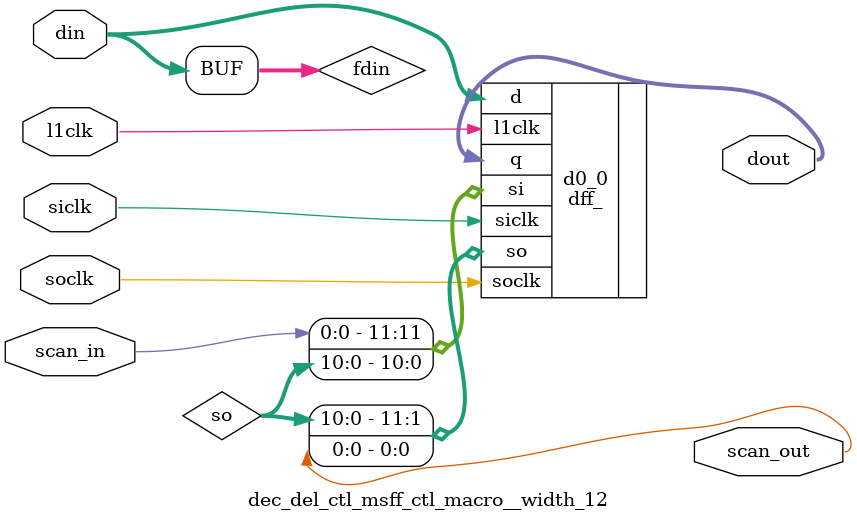
<source format=v>
module dec_del_ctl (
  l2clk, 
  scan_in, 
  tcu_pce_ov, 
  spc_aclk, 
  spc_bclk, 
  tcu_scan_en, 
  lsu_dec_pmen, 
  lsu_exu_pmen, 
  spc_core_running_status, 
  power_throttle, 
  lb_lbist_running, 
  pku_idest_p, 
  pku_fdest_p, 
  pku_fsrc_rd_p, 
  pku_lsu_p, 
  pku_fgu_p, 
  pku_pdist_p, 
  pku_twocycle_p, 
  pku_inst_cnt_brtaken00, 
  pku_inst_cnt_brtaken01, 
  pku_inst_cnt_brtaken02, 
  pku_inst_cnt_brtaken03, 
  pku_inst_cnt_brtaken04, 
  pku_inst_cnt_brtaken05, 
  pku_inst_cnt_brtaken06, 
  pku_inst_cnt_brtaken07, 
  pku_inst_cnt_brtaken10, 
  pku_inst_cnt_brtaken11, 
  pku_inst_cnt_brtaken12, 
  pku_inst_cnt_brtaken13, 
  pku_inst_cnt_brtaken14, 
  pku_inst_cnt_brtaken15, 
  pku_inst_cnt_brtaken16, 
  pku_inst_cnt_brtaken17, 
  exu_test_tid0, 
  exu_test_addr0, 
  exu_test_valid0, 
  exu_test_tid1, 
  exu_test_addr1, 
  exu_test_valid1, 
  ded_exc0_d, 
  ded_exc1_d, 
  tlu_dec_pstate_pef, 
  fgu_fprs_fef, 
  tlu_dec_hpstate_hpriv, 
  tlu_dec_pstate_priv, 
  dcd_wrtick_d, 
  lsu_cpq_stall, 
  dcd_callclass_d, 
  dcd_tcc_d, 
  dcd_specbr_d, 
  dcd_specfp_d, 
  dcd_exu_src_d, 
  dcd_killfgu_d, 
  dcd_sir_d, 
  dcd_stdfa_d, 
  pku_valid_e, 
  pku_annul_ds_dcti_brtaken0_e, 
  pku_annul_ds_dcti_brtaken1_e, 
  exu0_window_block, 
  exu1_window_block, 
  tlu_window_block, 
  fgu_idiv_stall, 
  fgu_fdiv_stall, 
  fgu_ecc_asi_stall, 
  dcd_fpdisable_d, 
  dcd_lsize0_d, 
  dcd_lsize1_d, 
  dcd_lsu_sign_ext_d, 
  dcd_load_d, 
  dcd_store_d, 
  dcd_sethi_d, 
  dcd_lsdouble_d, 
  dcd_prefetch_d, 
  dcd_flush_d, 
  dcd_memstbar_d, 
  dcd_pr_d, 
  dcd_priv_d, 
  dcd_hpr_d, 
  dcd_sr_d, 
  dcd_casa_d, 
  dcd_ldstub_d, 
  dcd_alt_d, 
  dcd_alti_d, 
  dcd_swap_d, 
  dcd_fsrc_rs1_d, 
  dcd_fsrc_rs2_d, 
  dcd_fpdest_single_d, 
  dcd_fp_rs1_single_d, 
  dcd_fp_rs2_single_d, 
  dcd_fsrsync_d, 
  dcd_done_d, 
  dcd_retry_d, 
  dec_inst0_rs1_d, 
  dec_inst0_rs2_d, 
  dec_inst0_raw_rd_d, 
  dec_inst1_rs1_d, 
  dec_inst1_rs2_d, 
  dec_inst1_raw_rd_d, 
  dcd_save_restore_d, 
  ded_oddwin0_d, 
  ded_oddwin1_d, 
  ded_perr_p, 
  ded_ferr_p, 
  ded_legal_p, 
  dec_inst0_b31, 
  dec_inst1_b31, 
  dec_inst0_op3_d, 
  dec_inst1_op3_d, 
  dec_inst0_opf_d, 
  dec_inst1_opf_d, 
  pku_base_pick_p, 
  pku_raw_pick0_p, 
  pku_raw_pick1_p, 
  pku_ds_e, 
  pku_load_flush_w, 
  tlu_flush_ifu, 
  pku_flush_f1, 
  pku_flush_f2, 
  pku_flush_lm, 
  pku_flush_lb, 
  pku_flush_m, 
  pku_flush_b, 
  dec_br_taken_e1, 
  spu_mult_request, 
  lsu_block_store_stall, 
  lsu_block_store_rd, 
  lsu_block_store_tid, 
  tlu_dtlb_reload_stall, 
  tlu_pstate_am, 
  dec_valid0_d, 
  dec_valid1_d, 
  dec_decode0_d, 
  dec_decode1_d, 
  del_noshift0_d, 
  del_noshift1_d, 
  dec_inst0_rd_d, 
  dec_inst1_rd_d, 
  dec_tid0_d, 
  dec_tid1_d, 
  dec_tid0_p, 
  dec_tid1_p, 
  dec_valid_e, 
  dec_pmu_valid_e, 
  dec_fgu_valid_e, 
  dec_frf_r1_addr_d, 
  dec_frf_r2_addr_d, 
  dec_frf_r2_addr_e, 
  dec_frf_r1_vld_d, 
  dec_frf_r2_vld_d, 
  dec_frf_r1_32b_d, 
  dec_frf_r2_32b_d, 
  dec_frf_r1_odd32b_d, 
  dec_frf_r2_odd32b_d, 
  dec_frf_w_addr_d, 
  dec_frf_w_vld_d, 
  dec_frf_w_32b_d, 
  dec_frf_w_odd32b_d, 
  dec_spu_grant_d, 
  dec_spu_grant_fgu_d, 
  dec_exu_src_vld_d, 
  dec_irf_w_addr_d, 
  dec_frf_store_d, 
  dec_fsr_store_d, 
  dec_fgu_op3_d, 
  dec_fgu_opf_d, 
  dec_fgu_decode_d, 
  dec_fgu_tid_d, 
  dec_flush_f1, 
  dec_flush_f2, 
  dec_flush_lm, 
  dec_flush_lb, 
  dec_flush_m, 
  dec_flush_b, 
  dec_block_store_b, 
  dec_exc0_m, 
  dec_exc1_m, 
  dec_inst0_cnt, 
  dec_inst1_cnt, 
  dec_tid0_m, 
  dec_tid1_m, 
  dec_inst_valid_m, 
  dec_lsu_inst_m, 
  dec_fgu_inst_m, 
  dec_cti_inst_m, 
  dec_illegal_inst_m, 
  dec_icache_perr_m, 
  dec_priv_exc_m, 
  dec_hpriv_exc_m, 
  dec_fpdisable_exc_m, 
  dec_br_taken_m, 
  dec_done_inst_m, 
  dec_retry_inst_m, 
  dec_sir_inst_m, 
  dec_ds_m, 
  dec_annul_ds_m, 
  dec_fgu_sel_e, 
  dec_fgu_sel_m, 
  dec_lsu_sel0_e, 
  dec_lsu_sel1_e, 
  dec_rs1_addr0_e, 
  dec_rs1_addr1_e, 
  dec_lsu_sel0_upper_e, 
  dec_lsu_sel1_upper_e, 
  dec_lsu_sel0_lower_e, 
  dec_lsu_sel1_lower_e, 
  dec_rs1_addr0_upper_e, 
  dec_rs1_addr1_upper_e, 
  del_pick_d, 
  dec_ld_inst_e, 
  dec_st_inst_e, 
  dec_fsr_ldst_e, 
  dec_fpldst_inst_e, 
  dec_ldst_dbl_e, 
  dec_pref_inst_e, 
  dec_flush_inst_e, 
  dec_memstbar_inst_e, 
  dec_sr_inst_e, 
  dec_pr_inst_e, 
  dec_hpr_inst_e, 
  dec_casa_inst_e, 
  dec_ldstub_inst_e, 
  dec_swap_inst_e, 
  dec_altspace_d, 
  dec_sign_ext_e, 
  dec_sraddr_e, 
  dec_imm_asi_vld_d, 
  dec_imm_asi_d, 
  dec_ldst_sz_e, 
  dec_ld_inst_d, 
  dec_lsu_tid0_d, 
  dec_lsu_tid1_d, 
  dec_lsu_tg_d, 
  dec_lsu_rd_e, 
  del_test0_sel_p, 
  del_twocycle0_std_p, 
  del_twocycle0_rs2_p, 
  del_default0_sel_p, 
  del_test1_sel_p, 
  del_twocycle1_std_p, 
  del_twocycle1_rs2_p, 
  del_default1_sel_p, 
  del_test_addr0_p, 
  del_test_addr1_p, 
  dec_instr0_type_d, 
  dec_instr1_type_d, 
  dec_exu_clken, 
  del_tg_clken, 
  scan_out, 
  dec_true_valid_e, 
  dec_load_flush_w, 
  dec_lsu_sel0_d, 
  dec_raw_pick_p, 
  dec_ierr_d, 
  dec_block_store_stall);
wire l1clk;
wire spares_scanin;
wire spares_scanout;
wire [1:0] pmu_valid_d;
wire [3:0] spare_5_0_lat_unused;
wire [1:0] pmu_valid_e;
wire pce_ov;
wire stop;
wire siclk;
wire soclk;
wire se;
wire callinst0_d;
wire callinst1_d;
wire [6:0] pdecode0_in;
wire [6:0] pdecode1_in;
wire [6:0] pdecode2_in;
wire [6:0] pdecode3_in;
wire [6:0] pdec0_in;
wire [6:0] pdecode0_d;
wire pdecode0f_scanin;
wire pdecode0f_scanout;
wire idest0_d;
wire fdest0_d;
wire fsrc0_rd_d;
wire lsu0_d;
wire fgu0_d;
wire pdist0_d;
wire twocycle0_d;
wire [6:0] pdecode4_in;
wire [6:0] pdecode5_in;
wire [6:0] pdecode6_in;
wire [6:0] pdecode7_in;
wire [6:0] pdec1_in;
wire [6:0] pdecode1_d;
wire pdecode1f_scanin;
wire pdecode1f_scanout;
wire idest1_d;
wire fdest1_d;
wire fsrc1_rd_d;
wire lsu1_d;
wire fgu1_d;
wire pdist1_d;
wire twocycle1_d;
wire [7:0] final_pick_p;
wire shift0_d;
wire [3:0] raw_pick0_in;
wire [3:0] pick0_d;
wire [3:0] pick0_in;
wire pick0f_scanin;
wire pick0f_scanout;
wire shift1_d;
wire [3:0] raw_pick1_in;
wire [3:0] pick1_d;
wire [3:0] pick1_in;
wire pick1f_scanin;
wire pick1f_scanout;
wire privstatef_scanin;
wire privstatef_scanout;
wire [7:0] tlu_priv;
wire [7:0] tlu_hpriv;
wire fef_scanin;
wire fef_scanout;
wire [7:0] tlu_pef;
wire [7:0] fgu_fef;
wire [1:0] priv_d;
wire [1:0] hpriv_d;
wire [1:0] fpdis_d;
wire [1:0] inst0_cnt_brtaken0;
wire [1:0] inst0_cnt_brtaken1;
wire [1:0] inst1_cnt_brtaken0;
wire [1:0] inst1_cnt_brtaken1;
wire [1:0] br_taken_e;
wire [1:0] ifetch_err_e;
wire [1:0] inst0_cnt;
wire [1:0] inst1_cnt;
wire instcntf_scanin;
wire instcntf_scanout;
wire exutestf_scanin;
wire exutestf_scanout;
wire [1:0] ttid0_p;
wire [1:0] ttid1_p;
wire test_stall0_in;
wire test_stall1_in;
wire teststallf_scanin;
wire teststallf_scanout;
wire test_stall0;
wire test_stall1;
wire [1:0] twocycle_p;
wire twocycle0_sel_p;
wire twocycle1_sel_p;
wire [1:0] tid0_p;
wire [1:0] tid1_p;
wire [1:0] tid0_d;
wire [1:0] tid1_d;
wire [7:0] valid_d_in;
wire [7:0] valid_d;
wire val_df_scanin;
wire val_df_scanout;
wire valid0_d_in;
wire valid1_d_in;
wire valid_df_scanin;
wire valid_df_scanout;
wire valid0_d;
wire valid1_d;
wire dtlb_reloadf_scanin;
wire dtlb_reloadf_scanout;
wire [1:0] dtlb_reload;
wire dtlb_reload_stall;
wire block_store0f_scanin;
wire block_store0f_scanout;
wire pre_block_store_stall;
wire block_store_stall_in;
wire block_store_stall;
wire reset_block_store_stall;
wire block_storef_scanin;
wire block_storef_scanout;
wire [4:0] block_store_rd_in;
wire [4:0] block_store_rd;
wire block_store_rdhif_scanin;
wire block_store_rdhif_scanout;
wire block_store_rdlof_scanin;
wire block_store_rdlof_scanout;
wire [2:0] block_store_tid_in;
wire [2:0] block_store_tid;
wire block_store_tidf_scanin;
wire block_store_tidf_scanout;
wire block_store_stall0;
wire block_store_stall1;
wire cpq_stall_in;
wire cpq_stallf_scanin;
wire cpq_stallf_scanout;
wire cpq_stall;
wire fecc_stall_in;
wire fecc_stallf_scanin;
wire fecc_stallf_scanout;
wire fecc_stall;
wire block_resetf_scanin;
wire block_resetf_scanout;
wire [2:0] block_rst_cnt_in;
wire [2:0] block_rst_cnt;
wire block_store_e_scanin;
wire block_store_e_scanout;
wire block_store_stall_e;
wire [2:0] block_store_tid_e;
wire block_store_m_scanin;
wire block_store_m_scanout;
wire block_store_stall_m;
wire [2:0] block_store_tid_m;
wire block_store_b_scanin;
wire block_store_b_scanout;
wire block_store_stall_b;
wire [2:0] block_store_tid_b;
wire set_lfavor;
wire lsusel0_d;
wire reset_lfavor;
wire lfavor_in;
wire lfavor;
wire lfavorf_scanin;
wire lfavorf_scanout;
wire set_ffavor;
wire fgusel0_d;
wire reset_ffavor;
wire ffavor_in;
wire ffavor;
wire ffavorf_scanin;
wire ffavorf_scanout;
wire set_sffavor;
wire lsu_float_case;
wire reset_sffavor;
wire sffavor_in;
wire sffavor;
wire sffavorf_scanin;
wire sffavorf_scanout;
wire mult_request_in;
wire mult_request;
wire mulrequestf_scanin;
wire mulrequestf_scanout;
wire crypto_mult_case0;
wire crypto_mult_case1;
wire set_cmfavor;
wire reset_cmfavor;
wire cmfavor;
wire cmfavor_grant_d;
wire idiv_hole_d;
wire [1:0] idiv_stall_d;
wire pdistblock_d;
wire cmfavor_in;
wire cmfavorf_scanin;
wire cmfavorf_scanout;
wire [1:0] pdistblock_in;
wire pdistblockf_scanin;
wire pdistblockf_scanout;
wire [1:0] pdistblock;
wire pdistrdf_scanin;
wire pdistrdf_scanout;
wire [4:0] pdist_rd;
wire pdisttidf_scanin;
wire pdisttidf_scanout;
wire [2:0] pdist_tid;
wire twocycle0_d_in;
wire twocycle0_df_scanin;
wire twocycle0_df_scanout;
wire twocycle0_stall;
wire twocycle1_d_in;
wire twocycle1_df_scanin;
wire twocycle1_df_scanout;
wire twocycle1_stall;
wire int_hole0_in;
wire inthole0_df_scanin;
wire inthole0_df_scanout;
wire [2:0] int_hole0_stall;
wire int_hole1_in;
wire inthole1_df_scanin;
wire inthole1_df_scanout;
wire [2:0] int_hole1_stall;
wire divstall_df_scanin;
wire divstall_df_scanout;
wire fdiv_stall_d;
wire [1:0] window_stall_in;
wire windowstall_df_scanin;
wire windowstall_df_scanout;
wire [1:0] window_stall_d;
wire [1:0] exu_clken_in;
wire exu_clkenf_scanin;
wire exu_clkenf_scanout;
wire block0;
wire [7:0] power_stall;
wire block1;
wire legal_f_scanin;
wire legal_f_scanout;
wire [1:0] legal_d;
wire illegal0_d;
wire [1:0] ifetch_err_d;
wire illegal1_d;
wire [1:0] perr_d;
wire [1:0] illegal_d;
wire illegal_f_scanin;
wire illegal_f_scanout;
wire [1:0] illegal_e;
wire [1:0] fpdisable_exc_d;
wire fpdisable_exc_f_scanin;
wire fpdisable_exc_f_scanout;
wire [1:0] fpdisable_exc_e;
wire [1:0] priv_exc_d;
wire [1:0] hpriv_exc_d;
wire parity_err_f_scanin;
wire parity_err_f_scanout;
wire [1:0] icdp_perr_d;
wire exc_f_scanin;
wire exc_f_scanout;
wire [1:0] priv_exc_e;
wire [1:0] hpriv_exc_e;
wire [1:0] icdp_perr_e;
wire ffavor_real;
wire lfavor_real;
wire [1:0] fguselect_d;
wire tgsel_f_scanin;
wire tgsel_f_scanout;
wire twocycle0_stall_e;
wire twocycle1_stall_e;
wire decode_lsu0_e;
wire decode_lsu1_e;
wire [1:0] pstate_am_in;
wire rs1_addr0_d;
wire decode_lsu0_d;
wire casa_or_pst_d;
wire rs1_addr1_d;
wire decode_lsu1_d;
wire lsu_sel0_lower_d;
wire lsu_sel1_lower_d;
wire lsu_sel0_upper_d;
wire lsu_sel1_upper_d;
wire rs1_addr0_upper_d;
wire rs1_addr1_upper_d;
wire exuself_scanin;
wire exuself_scanout;
wire tgselm_f_scanin;
wire tgselm_f_scanout;
wire [1:0] store_float;
wire [4:0] i0_rd;
wire [4:0] i1_rd;
wire [4:0] i0_rd_remap_d;
wire [4:0] i1_rd_remap_d;
wire [4:0] f0_rs1;
wire [4:0] f0_rs2;
wire [4:0] f0_rd;
wire [4:0] f1_rs1;
wire [4:0] f1_rs2;
wire [4:0] f1_rd;
wire [4:0] inst0_rs2;
wire [4:0] inst1_rs2;
wire frf_r2addre_f_scanin;
wire frf_r2addre_f_scanout;
wire inst0_rs2_raw_bit0;
wire inst1_rs2_raw_bit0;
wire fsr_store0;
wire fsr_store1;
wire flush_lexc_m;
wire ifetch_err_f_scanin;
wire ifetch_err_f_scanout;
wire ifetcherr_f_scanin;
wire ifetcherr_f_scanout;
wire [1:0] true_valid_d;
wire truevalid_f_scanin;
wire truevalid_f_scanout;
wire illegal0_pmu_d;
wire illegal1_pmu_d;
wire [1:0] illegal_pmu_d;
wire [1:0] priv_exc_pmu_d;
wire [1:0] hpriv_exc_pmu_d;
wire [1:0] fpdisable_exc_pmu_d;
wire [1:0] valid_e;
wire [1:0] ls_valid_e;
wire decode_fgu0_d;
wire decode_fgu1_d;
wire fgudec_f_scanin;
wire fgudec_f_scanout;
wire decode_fgu0_e;
wire decode_fgu1_e;
wire lsudec_f_scanin;
wire lsudec_f_scanout;
wire st_inst_d;
wire fsr_ldst_d;
wire ldste_f_scanin;
wire ldste_f_scanout;
wire ld_inst_e;
wire st_inst_e;
wire fsr_ldst_e;
wire lsu_valid_e;
wire fpldst_d;
wire load_float0_d;
wire store_float0_d;
wire load_float1_d;
wire store_float1_d;
wire lsdouble_d;
wire prefetch_d;
wire flush_d;
wire memstbar_d;
wire pr_d;
wire hpr_d;
wire sr_d;
wire pst_d;
wire casa_d;
wire ldstub_d;
wire swap_d;
wire altspacei_d;
wire sign_ext_d;
wire [1:0] lsize_d;
wire ldme_f_scanin;
wire ldme_f_scanout;
wire fpldst_e;
wire lsdouble_e;
wire prefetch_e;
wire flush_e;
wire memstbar_e;
wire hpr_e;
wire pr_e;
wire sr_e;
wire casa_e;
wire ldstub_e;
wire swap_e;
wire sign_ext_e;
wire [1:0] lsize_e;
wire [4:0] sraddr_d;
wire sraddr_f_scanin;
wire sraddr_f_scanout;
wire [4:0] sraddr_e;
wire lsu_rd0_msb;
wire lsu_rd1_msb;
wire [4:0] lsu_rd_d;
wire lsurd_f_scanin;
wire lsurd_f_scanout;
wire [4:0] lsu_rd_e;
wire [1:0] ds_m_in;
wire ds_m_scanin;
wire ds_m_scanout;
wire [7:0] annul_ds_dcti_e;
wire [1:0] annul_ds_m_in;
wire annul_m_scanin;
wire annul_m_scanout;
wire tid_e_scanin;
wire tid_e_scanout;
wire [1:0] tid1_e;
wire [1:0] tid0_e;
wire tid_m_scanin;
wire tid_m_scanout;
wire dec_e_scanin;
wire dec_e_scanout;
wire decode1_raw_e;
wire decode0_raw_e;
wire decode1_e;
wire decode0_e;
wire dec_m_scanin;
wire dec_m_scanout;
wire [1:0] inst_valid_m;
wire is_lsu1_d;
wire is_lsu0_d;
wire is_fgu1_d;
wire is_fgu0_d;
wire [1:0] cti_d;
wire inst_e_scanin;
wire inst_e_scanout;
wire [4:0] exc1_e;
wire [4:0] exc0_e;
wire [1:0] is_lsu_e;
wire [1:0] is_fgu_e;
wire [1:0] cti_e;
wire inst_m_scanin;
wire inst_m_scanout;
wire [4:0] exc1_m;
wire [4:0] exc0_m;
wire flush_lexc_e;
wire flush_lexc_f_scanin;
wire flush_lexc_f_scanout;
wire illegal_priv_m_scanin;
wire illegal_priv_m_scanout;
wire [1:0] illegal_inst_m;
wire [1:0] priv_exc_m;
wire [1:0] hpriv_exc_m;
wire [1:0] fpdisable_exc_m;
wire [1:0] br_taken_m;
wire [1:0] icdp_perr_m;
wire [1:0] done_d;
wire [1:0] retry_d;
wire [1:0] sir_d;
wire done_retry_e_scanin;
wire done_retry_e_scanout;
wire [1:0] done_e;
wire [1:0] retry_e;
wire [1:0] sir_e;
wire done_retry_m_scanin;
wire done_retry_m_scanout;
wire [1:0] done_inst_m;
wire [1:0] retry_inst_m;
wire [1:0] sir_inst_m;
wire [1:0] atomic_d;
wire l2miss0_d;
wire l2miss1_d;
wire itlbmiss0_d;
wire itlbmiss1_d;
wire icmiss0_d;
wire icmiss1_d;
wire other0_d;
wire branch0_d;
wire other1_d;
wire branch1_d;
wire power_stall1f_scanin;
wire power_stall1f_scanout;
wire [7:0] power_stall_in;
wire thread_activef_scanin;
wire thread_activef_scanout;
wire [7:0] thread_active;
wire power_throttle1f_scanin;
wire power_throttle1f_scanout;
wire [2:0] power_throt0;
wire [2:0] power_throttle1;
wire power_throttle02_f_scanin;
wire power_throttle02_f_scanout;
wire [2:0] power_throttle0;
wire power_throttle01_f_scanin;
wire power_throttle01_f_scanout;
wire power_throttle00_f_scanin;
wire power_throttle00_f_scanout;
wire change_power_stall;
wire [7:0] new_power_stall;


   input l2clk;
   input scan_in;
   input tcu_pce_ov;		// scan signals
   input spc_aclk;
   input spc_bclk;
   input tcu_scan_en;


   input lsu_dec_pmen;		// power management enable for dec
   input lsu_exu_pmen;		// power management enable for exu
	
   input [7:0] spc_core_running_status;	// active bits for each of the threads


   input [2:0]  power_throttle;	// power throttle, [2:0] is encoded number of stalls in 8 cycle window
				        // 000 - no stalls, 001 - 1 stall, ... 111 - 7 stalls
   input lb_lbist_running;

   input [7:0] pku_idest_p;
   input [7:0] pku_fdest_p;
   input [7:0] pku_fsrc_rd_p;
   input [7:0] pku_lsu_p;
   input [7:0] pku_fgu_p;
   input [7:0] pku_pdist_p;
   input [7:0] pku_twocycle_p;

   input [1:0]  pku_inst_cnt_brtaken00;		// count of inst at e,m,b stages for each thread, for tlu to generate PC at decode
   input [1:0]  pku_inst_cnt_brtaken01;
   input [1:0]  pku_inst_cnt_brtaken02;
   input [1:0]  pku_inst_cnt_brtaken03;
   input [1:0]  pku_inst_cnt_brtaken04;
   input [1:0]  pku_inst_cnt_brtaken05;
   input [1:0]  pku_inst_cnt_brtaken06;
   input [1:0]  pku_inst_cnt_brtaken07;
   input [1:0]  pku_inst_cnt_brtaken10;		// count of inst at e,m,b stages for each thread, for tlu to generate PC at decode
   input [1:0]  pku_inst_cnt_brtaken11;
   input [1:0]  pku_inst_cnt_brtaken12;
   input [1:0]  pku_inst_cnt_brtaken13;
   input [1:0]  pku_inst_cnt_brtaken14;
   input [1:0]  pku_inst_cnt_brtaken15;
   input [1:0]  pku_inst_cnt_brtaken16;
   input [1:0]  pku_inst_cnt_brtaken17;

   input [1:0] exu_test_tid0;		// exu test interface to the irf (bist or ecc errors) 
   input [4:0] exu_test_addr0;
   input exu_test_valid0;

   input [1:0] exu_test_tid1;		// exu test interface to the irf (bist or ecc errors)
   input [4:0] exu_test_addr1;
   input exu_test_valid1;

   input [4:0] ded_exc0_d;		// ifetch related exceptions
   input [4:0] ded_exc1_d;

   input [7:0] tlu_dec_pstate_pef;     	// pstate enable fp bit
   input [7:0] fgu_fprs_fef;	       	// fprs enable fp bit
   input [7:0] tlu_dec_hpstate_hpriv;  	// hpriv bits
   input [7:0] tlu_dec_pstate_priv;    	// priv bits

   input [1:0] dcd_wrtick_d;	      	// write tick

   input lsu_cpq_stall;			// lsu cannot take any more lsu operations, stall decode
   input [1:0] dcd_callclass_d;		// JMPs,CALLs,RETs
   input [1:0] dcd_tcc_d;		// tcc instruction

   input [1:0] dcd_specbr_d;		// branch at decode
   input [1:0] dcd_specfp_d;		// FP at decode

   input [1:0] dcd_exu_src_d;  		// fgu sources will come from the integer unit
   input [1:0] dcd_killfgu_d;  		// dont really send alignaddr, bmask to the fgu

   input [1:0] dcd_sir_d;   		// SIR inst at decode
   input [1:0] dcd_stdfa_d;    		// for partial stores

   input [7:0] pku_valid_e;		// valid for inst at e stage
   input [7:0] pku_annul_ds_dcti_brtaken0_e;	// dcti at e stage has annulled its delay slot (DS)
   input [7:0] pku_annul_ds_dcti_brtaken1_e;	// dcti at e stage has annulled its delay slot (DS)

   input exu0_window_block;      	// for saves,restores,traps on saves,restores,wrpr to cwp
   input exu1_window_block;      
   input [1:0] tlu_window_block;      	// for dones and retries
   
   input [1:0] fgu_idiv_stall;    	// integer divide stall; no int ops to FGU
   input fgu_fdiv_stall;    		// float divide stall; no float loads to the LSU

   input fgu_ecc_asi_stall;		// fgu ecc stall

   input [1:0] dcd_fpdisable_d; 	// inst can cause a fpdisable exception


   // decodes needed by the lsu
   input [1:0] dcd_lsize0_d;		// size of the lsu operation (byte,half,word,dword)
   input [1:0] dcd_lsize1_d;
   input [1:0] dcd_lsu_sign_ext_d;	// lsu operation is a sign extended form
   input [1:0] dcd_load_d;		// op is load or load-like
   input [1:0] dcd_store_d;		// op is store or store-like
   input [1:0] dcd_sethi_d;		// op is special sethi 
   input [1:0] dcd_lsdouble_d;		// ldd inst
   input [1:0] dcd_prefetch_d;		// prefetch inst
   input [1:0] dcd_flush_d;		// flush inst
   input [1:0] dcd_memstbar_d;		// membar, stbar
   input [1:0] dcd_pr_d;		// is a WRPR or RDPR inst
   input [1:0] dcd_priv_d;		// is a privileged inst
   input [1:0] dcd_hpr_d;		// is a hypervisor priv inst
   input [1:0] dcd_sr_d;		// ASR operation
   input [1:0] dcd_casa_d;		// CASA inst
   input [1:0] dcd_ldstub_d;		// LDSTUB inst
   input [1:0] dcd_alt_d;		// alternate but not imm
   input [1:0] dcd_alti_d;		// imm alternate
   input [1:0] dcd_swap_d;		// SWAP inst
	
   input [1:0] dcd_fsrc_rs1_d;		// inst has rs1 FP source
   input [1:0] dcd_fsrc_rs2_d;		// inst has rs2 FP source
   input [1:0] dcd_fpdest_single_d;	// FP dest is single precision (SP)
   input [1:0] dcd_fp_rs1_single_d;	// FP rs1 source is SP
   input [1:0] dcd_fp_rs2_single_d;	// FP rs2 source is SP
   input [1:0] dcd_fsrsync_d;		// inst is LDFSR or STFSR
   input [1:0] dcd_done_d;		// inst is DONE inst
   input [1:0] dcd_retry_d;		// inst is a RETRY inst

   input [4:0] dec_inst0_rs1_d;		// RS1
   input [4:0] dec_inst0_rs2_d;		// RS2
   input [4:0] dec_inst0_raw_rd_d;	// RD
   input [4:0] dec_inst1_rs1_d;
   input [4:0] dec_inst1_rs2_d;
   input [4:0] dec_inst1_raw_rd_d;

   input [1:0] dcd_save_restore_d;	// SAVE or RESTORE
   input ded_oddwin0_d;			// window is odd or not
   input ded_oddwin1_d;

   input [1:0] ded_perr_p;		// inst parity error
   input [1:0] ded_ferr_p;		// inst fetch error
   input [1:0] ded_legal_p;		// inst is a legal instruction

   input dec_inst0_b31;			// bit 31 of instruction
   input dec_inst1_b31;

   input [5:0] dec_inst0_op3_d;		// op3 field of inst
   input [5:0] dec_inst1_op3_d;

   input [7:0] dec_inst0_opf_d;		// opf field of inst
   input [7:0] dec_inst1_opf_d;

   input [7:0] pku_base_pick_p;		// base pick without decode qualifications (includes cancel_pick, flush_buffer)
   input [3:0] pku_raw_pick0_p;		// pick with no qualifications (no cancel_pick, no flush_buffer)
   input [7:4] pku_raw_pick1_p;

   input [7:0] pku_ds_e;		// inst at e is a DS

   input [7:0] pku_load_flush_w;  	// load flush signals to IFU
   input [7:0] tlu_flush_ifu;		// trap flush
 
   input [7:0] pku_flush_f1;		// flush signals for FGU f1,f2 stages
   input [7:0] pku_flush_f2;

   input [7:0] pku_flush_lm;		// flush signals for LSU M,B stages
   input [7:0] pku_flush_lb;

   input [7:0] pku_flush_m;		// flush signals for TLU M,B stages
   input [7:0] pku_flush_b;

   input [1:0] dec_br_taken_e1;		// taken branches

   input       spu_mult_request;	// crypto multiply request

   input       lsu_block_store_stall;   // stall decode to read the sources of the store
   input [4:3] lsu_block_store_rd;	// RD for the block store
   input [2:0] lsu_block_store_tid;	// tid for the block store

   input       tlu_dtlb_reload_stall;	// stall decode for 2 cycles on a DTLB miss; LSU can't take any more lsu ops
   input [7:0] tlu_pstate_am;		// address mask bit

   output      dec_valid0_d;		// inst is valid at d stage
   output      dec_valid1_d;		
   output      dec_decode0_d;		// inst is decoded at d stage (implies a shift)
   output      dec_decode1_d;
   output      del_noshift0_d;		// inst is valid and not decoded (don't shift the decode stage)
   output      del_noshift1_d;

   // exu interface
   output [4:0] dec_inst0_rd_d;		// RD field (takes windows and calls into account)
   output [4:0] dec_inst1_rd_d;

   output [1:0] dec_tid0_d;		// TID for exu0
   output [1:0] dec_tid1_d;		// TID for exu1
   output [1:0] dec_tid0_p;		// TID for IRF
   output [1:0] dec_tid1_p;
   output [1:0] dec_valid_e;		// thread group [0,1] is valid at e stage
   output [1:0] dec_pmu_valid_e;	// thread group [0,1] is valid at e stage; dont include ifetch_err
   output 	dec_fgu_valid_e;        // fgu is valid at e

   // fgu interface
   output [4:0] dec_frf_r1_addr_d;	// FRF r1 read addr
   output [4:0] dec_frf_r2_addr_d;	// FRF r2 read addr (including store-floats)
   output [4:3] dec_frf_r2_addr_e;	// FRF r2 read addr (for LSU)
   output 	dec_frf_r1_vld_d;	// FRF r1 read valid
   output 	dec_frf_r2_vld_d;	// FRF r2 read valid
   output 	dec_frf_r1_32b_d;	// FRF rs1 source is single-precision
   output 	dec_frf_r2_32b_d;	// FRF rs2 source is single-precision
   output 	dec_frf_r1_odd32b_d;	// FRF rs1 source is single-precision and odd
   output 	dec_frf_r2_odd32b_d;	// FRF rs2 source is single-precision and odd
   output [4:0] dec_frf_w_addr_d;	// FRF write addr
   output 	dec_frf_w_vld_d;	// FRF write addr is valid
   output 	dec_frf_w_32b_d;	// FRF write is single precision
   output 	dec_frf_w_odd32b_d;	// FRF write is single precision; rd is odd
   output 	dec_spu_grant_d;	// SPU grant for a crypto multiply
   output 	dec_spu_grant_fgu_d;	// SPU grant for a crypto multiply to the fgu
   output 	dec_exu_src_vld_d;	// FGU op has any valid source
   output [4:0] dec_irf_w_addr_d;  	// RD for an integer op executed by the FGU
   output 	dec_frf_store_d;	// store-float of FRF data
   output 	dec_fsr_store_d;	// store-float of FSR data
   output [5:0] dec_fgu_op3_d;		// op3 field
   output [7:0] dec_fgu_opf_d;		// opf field
   output 	dec_fgu_decode_d;	// FGU op decoded this cycle
   output [2:0] dec_fgu_tid_d;		// TID for FGU op
   output 	dec_flush_f1;		// Flush f1 stage of the FGU
   output 	dec_flush_f2;		// Flush f2 stage of the FGU
   output 	dec_flush_lm;		// Flush the m stage of a load
   output 	dec_flush_lb;		// Flush the bypass stage of a load
   output [1:0] dec_flush_m;            // Flush the m stage of the ex units
   output [1:0] dec_flush_b;            // Flush the b stage of the ex units, also tlu

   output [7:0] dec_block_store_b;	// block store at b stage to tlu

   // tlu interface
   output [4:0] dec_exc0_m;             // encoded exception status to tlu
   output [4:0] dec_exc1_m;
   output [1:0] dec_inst0_cnt;		// inst cnt of e,m,b stage
   output [1:0] dec_inst1_cnt;
   output [1:0] dec_tid0_m;		// thread id
   output [1:0] dec_tid1_m;
   output [1:0] dec_inst_valid_m;	// inst is valid at m stage
   output [1:0] dec_lsu_inst_m;		// lsu inst at m stage
   output [1:0] dec_fgu_inst_m;		// fgu inst at m stage
   output [1:0] dec_cti_inst_m;		// fgu inst at m stage

   output [1:0] dec_illegal_inst_m;	// illegal at m stage
   output [1:0] dec_icache_perr_m;	// icache parity error at m stage
   output [1:0] dec_priv_exc_m;		// priv exception at m stage
   output [1:0] dec_hpriv_exc_m;	// hypervison priv exception at m stage
   output [1:0] dec_fpdisable_exc_m;	// fp disable exception at m stage
   output [1:0] dec_br_taken_m;		// br taken at m stage
   output [1:0] dec_done_inst_m;	// done inst at m stage
   output [1:0] dec_retry_inst_m;	// retry inst at m stage
   output [1:0] dec_sir_inst_m;		// sir inst a m stage

   output [1:0]	dec_ds_m;	        // this instruction is a DS
   output [1:0] dec_annul_ds_m;		// DS at m stage is annulled

   output [1:0]	dec_fgu_sel_e;		// mux select between TG's for fgu ops
   output [1:0]	dec_fgu_sel_m;		// mux select between TG's for fgu ops

   output 	dec_lsu_sel0_e;		// mux select between TG's for lsu ops
   output 	dec_lsu_sel1_e;		

   output 	dec_rs1_addr0_e;	
   output 	dec_rs1_addr1_e;	

   output 	dec_lsu_sel0_upper_e;	// mux select taking pstate AM into account
   output 	dec_lsu_sel1_upper_e;

   output 	dec_lsu_sel0_lower_e;	// mux select taking pstate AM into account
   output 	dec_lsu_sel1_lower_e;

   output 	dec_rs1_addr0_upper_e;
   output 	dec_rs1_addr1_upper_e;


   output [7:0] del_pick_d;		// picks to CCR logic       

   // lsu interface
   output 	dec_ld_inst_e;         	// load inst
   output 	dec_st_inst_e;         	// store inst
   output 	dec_fsr_ldst_e;         // LDFSR,STFSR
   output 	dec_fpldst_inst_e;     	// FP load or store inst
   output 	dec_ldst_dbl_e;        	// ldd inst
   output 	dec_pref_inst_e;       	// prefetch inst
   output 	dec_flush_inst_e;      	// flush inst
   output 	dec_memstbar_inst_e;	// membar, stbar
   
   output 	dec_sr_inst_e;        	// ASR inst
   output 	dec_pr_inst_e;        	// priv inst
   output 	dec_hpr_inst_e;        	// hypervisor inst
   output 	dec_casa_inst_e;       	// CASA inst
   output 	dec_ldstub_inst_e;     	// LDSTUB inst
   output 	dec_swap_inst_e;       	// SWAP inst
   output 	dec_altspace_d;        	// Alternate space access
   output 	dec_sign_ext_e;        	// Sign extend lsu op
   output [4:0] dec_sraddr_e;          	// source address for ASR access
   output 	dec_imm_asi_vld_d;     	// immediate form of alternate access
   output [7:0] dec_imm_asi_d;         	// 8-bit ASI access
   output [1:0] dec_ldst_sz_e;		// size of the ldst operation
   

   output 	dec_ld_inst_d;		// load inst decoded

   output [1:0] dec_lsu_tid0_d;		// tid for lsu operation
   output [1:0] dec_lsu_tid1_d;		// tid for lsu operation
   output       dec_lsu_tg_d;		// tid for lsu operation
   output [4:0] dec_lsu_rd_e;		// RD destination of lsu operation

   output del_test0_sel_p;		// mux selects for IRF read port rs3
   output del_twocycle0_std_p;
   output del_twocycle0_rs2_p;
   output del_default0_sel_p;

   output del_test1_sel_p;
   output del_twocycle1_std_p;
   output del_twocycle1_rs2_p;
   output del_default1_sel_p;

   output [4:0] del_test_addr0_p;	// address to read for exu test access
   output [4:0] del_test_addr1_p;

   output [9:0] dec_instr0_type_d;	// pmu stuff thread group 0
   output [9:0] dec_instr1_type_d;	// pmu stuff thread group 1

   output [1:0] dec_exu_clken;		// clk enable signals to the exu

   output [1:0] del_tg_clken;  		// clk enables for thread groups
   
   output scan_out;

   output [1:0] dec_true_valid_e;  	// take illegals and other exceptions into account

   output [1:0] dec_load_flush_w;

   output dec_lsu_sel0_d;      		// to the pmu to decide which tid to use for lsu at d stage

   output [7:0] dec_raw_pick_p;

   output [1:0] dec_ierr_d;  		// tell pku that an inst error has occurred: illegal, parity error or ifetch error

   output [7:0] dec_block_store_stall;  // prevent window ops from coming too early after a block store 

dec_del_ctl_l1clkhdr_ctl_macro clkgen (
 .l2clk(l2clk),
 .l1en (1'b1 ),
 .l1clk(l1clk),
  .pce_ov(pce_ov),
  .stop(stop),
  .se(se));

dec_del_ctl_spare_ctl_macro__flops_0__num_6 spares  (
);

// bit 0 maps to spare0_flop
dec_del_ctl_msff_ctl_macro__scanreverse_1__width_6 spare_5_0_lat  (
        .scan_in(spares_scanin),
        .scan_out(spares_scanout),
	.l1clk	(l1clk),
        .din    ({{3{1'b0}},pmu_valid_d[0],1'b0,pmu_valid_d[1]}),
        .dout   ({spare_5_0_lat_unused[3:1],pmu_valid_e[0],spare_5_0_lat_unused[0],pmu_valid_e[1]}),
  .siclk(siclk),
  .soclk(soclk)
);

// scan renames
assign pce_ov = tcu_pce_ov;
assign stop = 1'b0;
assign siclk = spc_aclk;
assign soclk = spc_bclk;
assign se    = tcu_scan_en;
// end scan


assign dec_load_flush_w[1:0] = { |pku_load_flush_w[7:4], |pku_load_flush_w[3:0] };

assign callinst0_d = dcd_callclass_d[0] & ~dec_inst0_b31;
assign callinst1_d = dcd_callclass_d[1] & ~dec_inst1_b31;

// for save/restore invert oddwin since rd is in the new window
assign dec_inst0_rd_d[4] = (dec_inst0_raw_rd_d[4] & ~callinst0_d) ^ ((dec_inst0_raw_rd_d[3] | callinst0_d) & (ded_oddwin0_d ^ dcd_save_restore_d[0]));
assign dec_inst0_rd_d[3:0] = dec_inst0_raw_rd_d[3:0] | {4{callinst0_d}};

assign dec_inst1_rd_d[4] = (dec_inst1_raw_rd_d[4] & ~callinst1_d) ^ ((dec_inst1_raw_rd_d[3] | callinst1_d) & (ded_oddwin1_d ^ dcd_save_restore_d[1]));
assign dec_inst1_rd_d[3:0] = dec_inst1_raw_rd_d[3:0] | {4{callinst1_d}};

// predecodes for timing (make dec_decode* fast)

// make sure twocycle is lsu to deal with illegal instructions (partial decodes)
assign pdecode0_in[6:0] = {  pku_idest_p[0],pku_fdest_p[0],pku_fsrc_rd_p[0],pku_lsu_p[0],pku_fgu_p[0],
			  pku_pdist_p[0],pku_twocycle_p[0] & pku_lsu_p[0] };
									    
assign pdecode1_in[6:0] = {  pku_idest_p[1],pku_fdest_p[1],pku_fsrc_rd_p[1],pku_lsu_p[1],pku_fgu_p[1],
			  pku_pdist_p[1],pku_twocycle_p[1] & pku_lsu_p[1] };
									    
assign pdecode2_in[6:0] = {  pku_idest_p[2],pku_fdest_p[2],pku_fsrc_rd_p[2],pku_lsu_p[2],pku_fgu_p[2],
			  pku_pdist_p[2],pku_twocycle_p[2] & pku_lsu_p[2] };
									    
assign pdecode3_in[6:0] = {  pku_idest_p[3],pku_fdest_p[3],pku_fsrc_rd_p[3],pku_lsu_p[3],pku_fgu_p[3],
			  pku_pdist_p[3],pku_twocycle_p[3] & pku_lsu_p[3] };


assign pdec0_in[6:0] =   ({7{del_noshift0_d}} & pdecode0_d[6:0]) |
			   ({7{~del_noshift0_d & pku_raw_pick0_p[0] & ded_legal_p[0] & ~ded_perr_p[0] & ~ded_ferr_p[0]}} & pdecode0_in[6:0]) |
			   ({7{~del_noshift0_d & pku_raw_pick0_p[1] & ded_legal_p[0] & ~ded_perr_p[0] & ~ded_ferr_p[0]}} & pdecode1_in[6:0]) |
			   ({7{~del_noshift0_d & pku_raw_pick0_p[2] & ded_legal_p[0] & ~ded_perr_p[0] & ~ded_ferr_p[0]}} & pdecode2_in[6:0]) |
			   ({7{~del_noshift0_d & pku_raw_pick0_p[3] & ded_legal_p[0] & ~ded_perr_p[0] & ~ded_ferr_p[0]}} & pdecode3_in[6:0]);


dec_del_ctl_msff_ctl_macro__width_7 pdecode0f  (
 .scan_in(pdecode0f_scanin),
 .scan_out(pdecode0f_scanout),
 .din(pdec0_in[6:0]),
 .dout(pdecode0_d[6:0]),
  .l1clk(l1clk),
  .siclk(siclk),
  .soclk(soclk)
);


assign { idest0_d, fdest0_d, fsrc0_rd_d, lsu0_d, fgu0_d, pdist0_d, twocycle0_d } = pdecode0_d[6:0];

// make sure twocycle is lsu to deal with illegal instructions (partial decodes)
assign pdecode4_in[6:0] = {  pku_idest_p[4],pku_fdest_p[4],pku_fsrc_rd_p[4],pku_lsu_p[4],pku_fgu_p[4],
			  pku_pdist_p[4],pku_twocycle_p[4] & pku_lsu_p[4] };
									    
assign pdecode5_in[6:0] = {  pku_idest_p[5],pku_fdest_p[5],pku_fsrc_rd_p[5],pku_lsu_p[5],pku_fgu_p[5],
			  pku_pdist_p[5],pku_twocycle_p[5] & pku_lsu_p[5] };
									    
assign pdecode6_in[6:0] = {  pku_idest_p[6],pku_fdest_p[6],pku_fsrc_rd_p[6],pku_lsu_p[6],pku_fgu_p[6],
			  pku_pdist_p[6],pku_twocycle_p[6] & pku_lsu_p[6] };
									    
assign pdecode7_in[6:0] = {  pku_idest_p[7],pku_fdest_p[7],pku_fsrc_rd_p[7],pku_lsu_p[7],pku_fgu_p[7],
			  pku_pdist_p[7],pku_twocycle_p[7] & pku_lsu_p[7] };

assign pdec1_in[6:0] =   ({7{del_noshift1_d}} & pdecode1_d[6:0]) |
			   ({7{~del_noshift1_d & pku_raw_pick1_p[4] & ded_legal_p[1] & ~ded_perr_p[1] & ~ded_ferr_p[1]}} & pdecode4_in[6:0]) |
			   ({7{~del_noshift1_d & pku_raw_pick1_p[5] & ded_legal_p[1] & ~ded_perr_p[1] & ~ded_ferr_p[1]}} & pdecode5_in[6:0]) |
			   ({7{~del_noshift1_d & pku_raw_pick1_p[6] & ded_legal_p[1] & ~ded_perr_p[1] & ~ded_ferr_p[1]}} & pdecode6_in[6:0]) |
			   ({7{~del_noshift1_d & pku_raw_pick1_p[7] & ded_legal_p[1] & ~ded_perr_p[1] & ~ded_ferr_p[1]}} & pdecode7_in[6:0]);


dec_del_ctl_msff_ctl_macro__width_7 pdecode1f  (
 .scan_in(pdecode1f_scanin),
 .scan_out(pdecode1f_scanout),
 .din(pdec1_in[6:0]),
 .dout(pdecode1_d[6:0]),
  .l1clk(l1clk),
  .siclk(siclk),
  .soclk(soclk)
);


assign { idest1_d, fdest1_d, fsrc1_rd_d, lsu1_d, fgu1_d, pdist1_d, twocycle1_d } = pdecode1_d[6:0];



assign final_pick_p[3:0] = pku_base_pick_p[3:0] & {4{~(dec_valid0_d & ~dec_decode0_d)}};
assign final_pick_p[7:4] = pku_base_pick_p[7:4] & {4{~(dec_valid1_d & ~dec_decode1_d)}};


assign shift0_d = ~del_noshift0_d;

assign raw_pick0_in[3:0] = ({4{shift0_d}} & pku_raw_pick0_p[3:0]) |
		           ({4{~shift0_d}} & pick0_d[3:0]);

assign pick0_in[3:0] = ({4{shift0_d}} & final_pick_p[3:0]) |
		       ({4{~shift0_d}} & pick0_d[3:0]);

dec_del_ctl_msff_ctl_macro__width_4 pick0f  (
 .scan_in(pick0f_scanin),
 .scan_out(pick0f_scanout),
 .l1clk(l1clk),
 .din  (pick0_in[3:0]),
 .dout (pick0_d[3:0]),
  .siclk(siclk),
  .soclk(soclk)
);

assign shift1_d = ~del_noshift1_d;

assign raw_pick1_in[3:0] = ({4{shift1_d}} & pku_raw_pick1_p[7:4]) |
		           ({4{~shift1_d}} & pick1_d[3:0]);

assign pick1_in[3:0] = ({4{shift1_d}} & final_pick_p[7:4]) |
		       ({4{~shift1_d}} & pick1_d[3:0]);

dec_del_ctl_msff_ctl_macro__width_4 pick1f  (
 .scan_in(pick1f_scanin),
 .scan_out(pick1f_scanout),
 .l1clk(l1clk),
 .din  (pick1_in[3:0]),
 .dout (pick1_d[3:0]),
  .siclk(siclk),
  .soclk(soclk)
);

assign dec_raw_pick_p[7:0] = {raw_pick1_in[3:0], raw_pick0_in[3:0]};

dec_del_ctl_msff_ctl_macro__width_16 privstatef  (
 .scan_in(privstatef_scanin),
 .scan_out(privstatef_scanout),
 .l1clk(l1clk),
 .din  ({tlu_dec_pstate_priv[7:0],tlu_dec_hpstate_hpriv[7:0]}),
 .dout ({tlu_priv[7:0],tlu_hpriv[7:0]}),
  .siclk(siclk),
  .soclk(soclk)
);

dec_del_ctl_msff_ctl_macro__width_16 fef  (
 .scan_in(fef_scanin),
 .scan_out(fef_scanout),
 .l1clk(l1clk),
 .din  ({tlu_dec_pstate_pef[7:0],fgu_fprs_fef[7:0]}),
 .dout ({tlu_pef[7:0],fgu_fef[7:0]}),
  .siclk(siclk),
  .soclk(soclk)
);

// priv bits from the tlu
assign priv_d[0] = |(pick0_d[3:0] & tlu_priv[3:0]);
assign hpriv_d[0] = |(pick0_d[3:0] & tlu_hpriv[3:0]);
assign fpdis_d[0] = |(pick0_d[3:0] & ~(tlu_pef[3:0] & fgu_fef[3:0]));

assign priv_d[1] = |(pick1_d[3:0] & tlu_priv[7:4]);
assign hpriv_d[1] = |(pick1_d[3:0] & tlu_hpriv[7:4]);
assign fpdis_d[1] = |(pick1_d[3:0] & ~(tlu_pef[7:4] & fgu_fef[7:4]));

assign del_pick_d[3:0] = pick0_d[3:0];
assign del_pick_d[7:4] = pick1_d[3:0];



assign inst0_cnt_brtaken0[1:0] = ({2{raw_pick0_in[3]}} & pku_inst_cnt_brtaken03[1:0]) |
			         ({2{raw_pick0_in[2]}} & pku_inst_cnt_brtaken02[1:0]) |
			         ({2{raw_pick0_in[1]}} & pku_inst_cnt_brtaken01[1:0]) |	
                                 ({2{raw_pick0_in[0]}} & pku_inst_cnt_brtaken00[1:0]);

assign inst0_cnt_brtaken1[1:0] = ({2{raw_pick0_in[3]}} & pku_inst_cnt_brtaken13[1:0]) |
			         ({2{raw_pick0_in[2]}} & pku_inst_cnt_brtaken12[1:0]) |
			         ({2{raw_pick0_in[1]}} & pku_inst_cnt_brtaken11[1:0]) |	
                                 ({2{raw_pick0_in[0]}} & pku_inst_cnt_brtaken10[1:0]);

assign inst1_cnt_brtaken0[1:0] = ({2{raw_pick1_in[3]}} & pku_inst_cnt_brtaken07[1:0]) |
			         ({2{raw_pick1_in[2]}} & pku_inst_cnt_brtaken06[1:0]) |
			         ({2{raw_pick1_in[1]}} & pku_inst_cnt_brtaken05[1:0]) |	
                                 ({2{raw_pick1_in[0]}} & pku_inst_cnt_brtaken04[1:0]);

assign inst1_cnt_brtaken1[1:0] = ({2{raw_pick1_in[3]}} & pku_inst_cnt_brtaken17[1:0]) |
			         ({2{raw_pick1_in[2]}} & pku_inst_cnt_brtaken16[1:0]) |
			         ({2{raw_pick1_in[1]}} & pku_inst_cnt_brtaken15[1:0]) |	
                                 ({2{raw_pick1_in[0]}} & pku_inst_cnt_brtaken14[1:0]);

assign br_taken_e[1:0] = dec_br_taken_e1[1:0] & dec_valid_e[1:0] & ~ifetch_err_e[1:0];

assign inst0_cnt[1:0] = ({2{~br_taken_e[0]}} & inst0_cnt_brtaken0[1:0]) |
			({2{ br_taken_e[0]}} & inst0_cnt_brtaken1[1:0]);

assign inst1_cnt[1:0] = ({2{~br_taken_e[1]}} & inst1_cnt_brtaken0[1:0]) |
			({2{ br_taken_e[1]}} & inst1_cnt_brtaken1[1:0]);
	                

// send inst cnt directly off flop to tlu
dec_del_ctl_msff_ctl_macro__width_4 instcntf  (
 .scan_in(instcntf_scanin),
 .scan_out(instcntf_scanout),
 .l1clk(l1clk),
 .din  ({inst0_cnt[1:0],inst1_cnt[1:0]}),
 .dout ({dec_inst0_cnt[1:0],dec_inst1_cnt[1:0]}),
  .siclk(siclk),
  .soclk(soclk)
);

dec_del_ctl_msff_ctl_macro__width_16  exutestf  (
 .scan_in(exutestf_scanin),
 .scan_out(exutestf_scanout),
 .l1clk(l1clk),
 .din  ({exu_test_tid0[1:0],exu_test_tid1[1:0],exu_test_addr0[4:0],exu_test_addr1[4:0],exu_test_valid0,exu_test_valid1}),
 .dout ({ttid0_p[1:0],ttid1_p[1:0],del_test_addr0_p[4:0],del_test_addr1_p[4:0],test_stall0_in,test_stall1_in}),
  .siclk(siclk),
  .soclk(soclk)
);

dec_del_ctl_msff_ctl_macro__width_2  teststallf  (
 .scan_in(teststallf_scanin),
 .scan_out(teststallf_scanout),
 .l1clk(l1clk),
 .din  ({test_stall0_in,test_stall1_in}),
 .dout ({test_stall0,test_stall1}),
  .siclk(siclk),
  .soclk(soclk)
);

// DEC must select the correct register to send to LSU in the second cycle of a twocycle op.
// For STD, the register is Rs3+1
// For CASA, the register is Rs2
assign del_test0_sel_p = test_stall0_in;
assign del_twocycle0_std_p = twocycle_p[0] & ~dec_inst0_op3_d[3] & ~test_stall0_in;
assign del_twocycle0_rs2_p = twocycle_p[0] &  dec_inst0_op3_d[3] & ~test_stall0_in;
assign twocycle0_sel_p = twocycle_p[0] & ~test_stall0_in;
assign del_default0_sel_p = ~test_stall0_in & ~twocycle_p[0];

assign del_test1_sel_p = test_stall1_in;
assign del_twocycle1_std_p = twocycle_p[1] & ~dec_inst1_op3_d[3] & ~test_stall1_in;
assign del_twocycle1_rs2_p = twocycle_p[1] &  dec_inst1_op3_d[3] & ~test_stall1_in;
assign twocycle1_sel_p = twocycle_p[1] & ~test_stall1_in;
assign del_default1_sel_p = ~test_stall1_in & ~twocycle_p[1];

// generate tid's to the EXU
assign tid0_p[1] = ~raw_pick0_in[1] & ~raw_pick0_in[0];
assign tid0_p[0] = ~raw_pick0_in[2] & ~raw_pick0_in[0];

assign tid1_p[1] = ~raw_pick1_in[1] & ~raw_pick1_in[0];
assign tid1_p[0] = ~raw_pick1_in[2] & ~raw_pick1_in[0];

// force the same tid for twocycle operations (std,casa,pst)
assign dec_tid0_p[1:0] = ({2{del_default0_sel_p}} & tid0_p[1:0]) |
		         ({2{twocycle0_sel_p}} & tid0_d[1:0]) |
			 ({2{del_test0_sel_p}} & ttid0_p[1:0]);

assign dec_tid1_p[1:0] = ({2{del_default1_sel_p}} & tid1_p[1:0]) |
		         ({2{twocycle1_sel_p}} & tid1_d[1:0]) |
			 ({2{del_test1_sel_p}} & ttid1_p[1:0]);

// technically we dont need to clear the valid_d's for br_mispredict, trap flush or load flush
// we will never get a dec_valid_e for these cases
// clear it anyway

// flop tlu_flush_ifu if it don't make timing
assign valid_d_in[3:0] = (pku_base_pick_p[3:0] | (valid_d[3:0] & ~{4{dec_decode0_d}})) & ~tlu_flush_ifu[3:0] & ~pku_load_flush_w[3:0];
assign valid_d_in[7:4] = (pku_base_pick_p[7:4] | (valid_d[7:4] & ~{4{dec_decode1_d}})) & ~tlu_flush_ifu[7:4] & ~pku_load_flush_w[7:4];

dec_del_ctl_msff_ctl_macro__width_8  val_df  (
 .scan_in(val_df_scanin),
 .scan_out(val_df_scanout),
 .l1clk(l1clk),
 .din  (valid_d_in[7:0]),
 .dout (valid_d[7:0]),
  .siclk(siclk),
  .soclk(soclk)
);

// for speed, have dec_valid0,1_d come off flop
assign valid0_d_in = |valid_d_in[3:0];
assign valid1_d_in = |valid_d_in[7:4];

dec_del_ctl_msff_ctl_macro__width_2  valid_df  (
 .scan_in(valid_df_scanin),
 .scan_out(valid_df_scanout),
 .l1clk(l1clk),
 .din  ({valid0_d_in,valid1_d_in}),
 .dout ({valid0_d,valid1_d}),
  .siclk(siclk),
  .soclk(soclk)
);

assign dec_valid0_d = valid0_d;
assign dec_valid1_d = valid1_d;

dec_del_ctl_msff_ctl_macro__width_2 dtlb_reloadf  (
 .scan_in(dtlb_reloadf_scanin),
 .scan_out(dtlb_reloadf_scanout),
 .l1clk(l1clk),
 .din  ({tlu_dtlb_reload_stall,dtlb_reload[1]}),
 .dout (dtlb_reload[1:0]),
  .siclk(siclk),
  .soclk(soclk)
);

assign dtlb_reload_stall = |dtlb_reload[1:0];


// we delay 1 cycle to give time to any STD's or PDIST's that might be going on
dec_del_ctl_msff_ctl_macro__width_1 block_store0f  (
 .scan_in(block_store0f_scanin),
 .scan_out(block_store0f_scanout),
 .l1clk(l1clk),
 .din  (lsu_block_store_stall),
 .dout (pre_block_store_stall),
  .siclk(siclk),
  .soclk(soclk)
);


assign block_store_stall_in = (block_store_stall | pre_block_store_stall) & ~reset_block_store_stall;

dec_del_ctl_msff_ctl_macro__width_1 block_storef  (
 .scan_in(block_storef_scanin),
 .scan_out(block_storef_scanout),
 .l1clk(l1clk),
 .din  (block_store_stall_in),
 .dout (block_store_stall),
  .siclk(siclk),
  .soclk(soclk)
);

assign block_store_rd_in[4:3] = ({2{lsu_block_store_stall}} & lsu_block_store_rd[4:3]) |
				({2{~lsu_block_store_stall}} & block_store_rd[4:3]);

dec_del_ctl_msff_ctl_macro__width_2 block_store_rdhif  (
 .scan_in(block_store_rdhif_scanin),
 .scan_out(block_store_rdhif_scanout),
 .l1clk(l1clk),
 .din  (block_store_rd_in[4:3]),
 .dout (block_store_rd[4:3]),
  .siclk(siclk),
  .soclk(soclk)
);

// pre_block_store_stall must reset the count for the case where the sequence is restarted
assign block_store_rd_in[2:0] = ({3{block_store_stall}} & (block_store_rd[2:0]+3'b001)) &
				({3{~pre_block_store_stall}});

dec_del_ctl_msff_ctl_macro__width_3 block_store_rdlof  (
 .scan_in(block_store_rdlof_scanin),
 .scan_out(block_store_rdlof_scanout),
 .l1clk(l1clk),
 .din  (block_store_rd_in[2:0]),
 .dout (block_store_rd[2:0]),
  .siclk(siclk),
  .soclk(soclk)
);

assign block_store_tid_in[2:0] = ({3{lsu_block_store_stall}} & lsu_block_store_tid[2:0]) |
				 ({3{~lsu_block_store_stall}} & block_store_tid[2:0]);

dec_del_ctl_msff_ctl_macro__width_3 block_store_tidf  (
 .scan_in(block_store_tidf_scanin),
 .scan_out(block_store_tidf_scanout),
 .l1clk(l1clk),
 .din  (block_store_tid_in[2:0]),
 .dout (block_store_tid[2:0]),
  .siclk(siclk),
  .soclk(soclk)
);

assign block_store_stall0 = (block_store_stall | pre_block_store_stall) & ~block_store_tid[2];

assign block_store_stall1 = (block_store_stall | pre_block_store_stall) & block_store_tid[2];

// prevent window ops from coming too early after a block store
// it is possible for the 8th beat to have an ecc exception
// for this type of exception, tlu may take an extra cycle before signalling flush

// must reset the dec_block_store_stall with pre_block_store_stall in case the sequence is restarted
assign dec_block_store_stall[7:0] = {8{block_store_stall}}  &  {block_store_tid[2:0] == 3'b111,
								block_store_tid[2:0] == 3'b110,
								block_store_tid[2:0] == 3'b101,
								block_store_tid[2:0] == 3'b100,
								block_store_tid[2:0] == 3'b011,
								block_store_tid[2:0] == 3'b010,
								block_store_tid[2:0] == 3'b001,
								block_store_tid[2:0] == 3'b000} & {8{~pre_block_store_stall}};


assign cpq_stall_in = lsu_cpq_stall;

dec_del_ctl_msff_ctl_macro__width_1 cpq_stallf  (
 .scan_in(cpq_stallf_scanin),
 .scan_out(cpq_stallf_scanout),
 .l1clk(l1clk),
 .din  (cpq_stall_in),
 .dout (cpq_stall),
  .siclk(siclk),
  .soclk(soclk)
);

assign fecc_stall_in = fgu_ecc_asi_stall;

dec_del_ctl_msff_ctl_macro__width_1 fecc_stallf  (
 .scan_in(fecc_stallf_scanin),
 .scan_out(fecc_stallf_scanout),
 .l1clk(l1clk),
 .din  (fecc_stall_in),
 .dout (fecc_stall),
  .siclk(siclk),
  .soclk(soclk)
);

// no need to make this flushable because it is not speculative ...
// we always wait 1 cycle before starting the block store to allow prior twocycle operations
dec_del_ctl_msff_ctl_macro__width_3 block_resetf  (
 .scan_in(block_resetf_scanin),
 .scan_out(block_resetf_scanout),
 .l1clk(l1clk),
 .din  (block_rst_cnt_in[2:0]),
 .dout (block_rst_cnt[2:0]),
  .siclk(siclk),
  .soclk(soclk)
);

// pre_block_store_stall must reset the count for the case where the sequence is restarted
assign block_rst_cnt_in[2:0] = ({3{block_store_stall}} & (block_rst_cnt[2:0]+3'b001)) &
			       ({3{~pre_block_store_stall}});
assign reset_block_store_stall = &(block_rst_cnt[2:0]);

// generate dec_block_store_b[7:0] to tlu to reduce routes

dec_del_ctl_msff_ctl_macro__width_4 block_store_e  (
 .scan_in(block_store_e_scanin),
 .scan_out(block_store_e_scanout),
 .l1clk(l1clk),
 .din  ({block_store_stall,block_store_tid[2:0]}),
 .dout ({block_store_stall_e,block_store_tid_e[2:0]}),
  .siclk(siclk),
  .soclk(soclk)
);

dec_del_ctl_msff_ctl_macro__width_4 block_store_m  (
 .scan_in(block_store_m_scanin),
 .scan_out(block_store_m_scanout),
 .l1clk(l1clk),
 .din  ({block_store_stall_e,block_store_tid_e[2:0]}),
 .dout ({block_store_stall_m,block_store_tid_m[2:0]}),
  .siclk(siclk),
  .soclk(soclk)
);

dec_del_ctl_msff_ctl_macro__width_4 block_store_b  (
 .scan_in(block_store_b_scanin),
 .scan_out(block_store_b_scanout),
 .l1clk(l1clk),
 .din  ({block_store_stall_m,block_store_tid_m[2:0]}),
 .dout ({block_store_stall_b,block_store_tid_b[2:0]}),
  .siclk(siclk),
  .soclk(soclk)
);

assign dec_block_store_b[0] = block_store_stall_b && (block_store_tid_b[2:0] == 3'b000);
assign dec_block_store_b[1] = block_store_stall_b && (block_store_tid_b[2:0] == 3'b001);
assign dec_block_store_b[2] = block_store_stall_b && (block_store_tid_b[2:0] == 3'b010);
assign dec_block_store_b[3] = block_store_stall_b && (block_store_tid_b[2:0] == 3'b011);
assign dec_block_store_b[4] = block_store_stall_b && (block_store_tid_b[2:0] == 3'b100);
assign dec_block_store_b[5] = block_store_stall_b && (block_store_tid_b[2:0] == 3'b101);
assign dec_block_store_b[6] = block_store_stall_b && (block_store_tid_b[2:0] == 3'b110);
assign dec_block_store_b[7] = block_store_stall_b && (block_store_tid_b[2:0] == 3'b111);




// favor bits: only toggle when the relevant conflict is decided one way or the other

// load favor bit (which load to favor in case of two loads)
// harden illegals
assign set_lfavor = (dec_decode0_d & lsusel0_d & lsu0_d & lsu1_d & dec_valid1_d & ~(fgu0_d & fgu1_d));
assign reset_lfavor = (dec_decode1_d & ~lsusel0_d & lsu0_d & lsu1_d & dec_valid0_d & ~(fgu0_d & fgu1_d));

assign lfavor_in = (lfavor | set_lfavor) & ~reset_lfavor;
dec_del_ctl_msff_ctl_macro__width_1 lfavorf  (
 .scan_in(lfavorf_scanin),
 .scan_out(lfavorf_scanout),
 .l1clk(l1clk),
 .din  (lfavor_in),
 .dout (lfavor),
  .siclk(siclk),
  .soclk(soclk)
);

// fpu favor bit (which fpu to favor in case of two fpus)
// harden illegals
assign set_ffavor = (dec_decode0_d & fgusel0_d & fgu0_d & fgu1_d & dec_valid1_d & ~(lsu0_d & lsu1_d));
assign reset_ffavor = (dec_decode1_d & ~fgusel0_d & fgu0_d & fgu1_d & dec_valid0_d & ~(lsu0_d & lsu1_d));

assign ffavor_in = (ffavor | set_ffavor) & ~reset_ffavor;
dec_del_ctl_msff_ctl_macro__width_1 ffavorf  (
 .scan_in(ffavorf_scanin),
 .scan_out(ffavorf_scanout),
 .l1clk(l1clk),
 .din  (ffavor_in),
 .dout (ffavor),
  .siclk(siclk),
  .soclk(soclk)
);

// store-float favor bit (which store-float to favor in case of two store-floats)
assign set_sffavor = (dec_decode0_d & lsu_float_case & dec_valid1_d);
assign reset_sffavor = (dec_decode1_d & lsu_float_case & dec_valid0_d);

assign sffavor_in = (sffavor | set_sffavor) & ~reset_sffavor;
dec_del_ctl_msff_ctl_macro__width_1 sffavorf  (
 .scan_in(sffavorf_scanin),
 .scan_out(sffavorf_scanout),
 .l1clk(l1clk),
 .din  (sffavor_in),
 .dout (sffavor),
  .siclk(siclk),
  .soclk(soclk)
);

// remember mult request; not flushable
assign mult_request_in = (spu_mult_request & (~mult_request | (mult_request & dec_spu_grant_d))) | 
		         (mult_request & ~dec_spu_grant_d);

dec_del_ctl_msff_ctl_macro__width_1 mulrequestf  (
 .scan_in(mulrequestf_scanin),
 .scan_out(mulrequestf_scanout),
 .l1clk(l1clk),
 .din  (mult_request_in),
 .dout (mult_request),
  .siclk(siclk),
  .soclk(soclk)
);

// if you have crypto mult case and crypto mult is not favored; it must wait for cmfavor bit to toggle

// harden for illegals
assign crypto_mult_case0 = (mult_request & fgusel0_d & fgu0_d & dec_valid0_d);
assign crypto_mult_case1 = (mult_request & ~fgusel0_d & fgu1_d & dec_valid1_d);

// if the core wins; favor the crypto multiply next time
assign set_cmfavor = (dec_decode0_d & crypto_mult_case0) |
		     (dec_decode1_d & crypto_mult_case1);

// reset the cmfavor bit if you win it clean
assign reset_cmfavor = (cmfavor & cmfavor_grant_d & (crypto_mult_case0 | crypto_mult_case1));

// grant the mult_request if you are favored or ~favored but nothing else wants the fgu
// have we covered all things that want the fgu ????
// never grant spu if second cycle of a pdist
// never grant spu if we are doing a block store
// dont give spu_grant if fgu has created an idiv hole in the pipe

assign idiv_hole_d = |idiv_stall_d[1:0];

assign cmfavor_grant_d =  mult_request & ~idiv_hole_d & ~pdistblock_d & 
				    ~(block_store_stall | pre_block_store_stall);

assign dec_spu_grant_d = (cmfavor & cmfavor_grant_d) |
		        (~cmfavor & mult_request & ~idiv_hole_d & ~crypto_mult_case0 & 
                                    ~crypto_mult_case1 & ~pdistblock_d & 
				    ~(block_store_stall | pre_block_store_stall)); 

assign dec_spu_grant_fgu_d = dec_spu_grant_d; // clone copy to fgu

assign cmfavor_in = (cmfavor | set_cmfavor) & ~reset_cmfavor;

dec_del_ctl_msff_ctl_macro__width_1 cmfavorf  (
 .scan_in(cmfavorf_scanin),
 .scan_out(cmfavorf_scanout),
 .l1clk(l1clk),
 .din  (cmfavor_in),
 .dout (cmfavor),
  .siclk(siclk),
  .soclk(soclk)
);

// harden for illegals
assign pdistblock_in[1:0] = 	{ (pdist1_d & ~fgusel0_d & dec_decode1_d),
			          (pdist0_d &  fgusel0_d & dec_decode0_d) };

dec_del_ctl_msff_ctl_macro__width_2 pdistblockf  (
 .scan_in(pdistblockf_scanin),
 .scan_out(pdistblockf_scanout),
 .l1clk(l1clk),
 .din  (pdistblock_in[1:0]),
 .dout (pdistblock[1:0]),
  .siclk(siclk),
  .soclk(soclk)
);

// pdist from either thread group
assign pdistblock_d = |pdistblock[1:0];

// remember the rd of the pdist
dec_del_ctl_msff_ctl_macro__width_5 pdistrdf  (
 .scan_in(pdistrdf_scanin),
 .scan_out(pdistrdf_scanout),
 .l1clk(l1clk),
 .din  (dec_frf_w_addr_d[4:0]),
 .dout (pdist_rd[4:0]),
  .siclk(siclk),
  .soclk(soclk)
);

dec_del_ctl_msff_ctl_macro__width_3 pdisttidf  (
 .scan_in(pdisttidf_scanin),
 .scan_out(pdisttidf_scanout),
 .l1clk(l1clk),
 .din  (dec_fgu_tid_d[2:0]),
 .dout (pdist_tid[2:0]),
  .siclk(siclk),
  .soclk(soclk)
);

// STD blocks on the second cycle
// STD is atomic; both reads are back-to-back
assign twocycle0_d_in = (twocycle0_d & dec_decode0_d);

dec_del_ctl_msff_ctl_macro__width_1 twocycle0_df  (
 .scan_in(twocycle0_df_scanin),
 .scan_out(twocycle0_df_scanout),
 .l1clk(l1clk),
 .din  (twocycle0_d_in),
 .dout (twocycle0_stall),
  .siclk(siclk),
  .soclk(soclk)
);

assign twocycle1_d_in = (twocycle1_d & dec_decode1_d);

dec_del_ctl_msff_ctl_macro__width_1 twocycle1_df  (
 .scan_in(twocycle1_df_scanin),
 .scan_out(twocycle1_df_scanout),
 .l1clk(l1clk),
 .din  (twocycle1_d_in),
 .dout (twocycle1_stall),
  .siclk(siclk),
  .soclk(soclk)
);

// 0in assert -var (~(twocycle0_stall & twocycle1_stall)) -message "twocycle0_stall and twocycle1_stall must be mutually exclusive"

assign twocycle_p[1:0] = { twocycle1_d_in, twocycle0_d_in };

// create a "hole" for integer ops executed by the fgu
assign int_hole0_in = (fgu0_d & idest0_d & dec_decode0_d) | idiv_stall_d[0];

dec_del_ctl_msff_ctl_macro__width_3 inthole0_df  (
 .scan_in(inthole0_df_scanin),
 .scan_out(inthole0_df_scanout),
 .l1clk(l1clk),
 .din  ({int_hole0_in,int_hole0_stall[2:1]}),
 .dout (int_hole0_stall[2:0]),
  .siclk(siclk),
  .soclk(soclk)
);

assign int_hole1_in = (fgu1_d & idest1_d & dec_decode1_d) | idiv_stall_d[1];

dec_del_ctl_msff_ctl_macro__width_3 inthole1_df  (
 .scan_in(inthole1_df_scanin),
 .scan_out(inthole1_df_scanout),
 .l1clk(l1clk),
 .din  ({int_hole1_in,int_hole1_stall[2:1]}),
 .dout (int_hole1_stall[2:0]),
  .siclk(siclk),
  .soclk(soclk)
);

dec_del_ctl_msff_ctl_macro__width_3 divstall_df  (
 .scan_in(divstall_df_scanin),
 .scan_out(divstall_df_scanout),
 .l1clk(l1clk),
 .din  ({fgu_idiv_stall[1:0],fgu_fdiv_stall}),
 .dout ({idiv_stall_d[1:0],fdiv_stall_d}),
  .siclk(siclk),
  .soclk(soclk)
);

assign window_stall_in[1:0] = { exu1_window_block | tlu_window_block[1],
	  		        exu0_window_block | tlu_window_block[0] };
dec_del_ctl_msff_ctl_macro__width_2 windowstall_df  (
 .scan_in(windowstall_df_scanin),
 .scan_out(windowstall_df_scanout),
 .l1clk(l1clk),
 .din  (window_stall_in[1:0]),
 .dout (window_stall_d[1:0]),
  .siclk(siclk),
  .soclk(soclk)
);

// clken signals for the exu
// not sure about window_stall; leave it out for now

assign exu_clken_in[1:0] = { valid1_d_in | test_stall1_in | twocycle1_d_in | ~lsu_exu_pmen,
			     valid0_d_in | test_stall0_in | twocycle0_d_in | ~lsu_exu_pmen};

dec_del_ctl_msff_ctl_macro__width_2 exu_clkenf  (
 .scan_in(exu_clkenf_scanin),
 .scan_out(exu_clkenf_scanout),
 .l1clk(l1clk),
 .din  (exu_clken_in[1:0]),
 .dout (dec_exu_clken[1:0]),
  .siclk(siclk),
  .soclk(soclk)
);


//
// for legal insts, this can only happen for stores
//
assign lsu_float_case = fgu0_d & lsu0_d & fgu1_d & lsu1_d; 

// pdist bug
// second beat of a pdist can cause an ECC exception; can't let any other op for that TG down the pipe;
// use pdistblock[] to make this happen
// for second beat of a pdist, no fgu op can go from either TG; use pdistblock_d to make this happen


// two STDs can come the same cycle but never do we have twocycle0_stall and twocycle1_stall at the same time
// better block0 would be twocycle0_stall | (twocycle1_stall & twocycle0_d)

// only a block if the other one is valid
assign block0 = (dec_valid1_d & lsu0_d & lsu1_d & lfavor & ~lsu_float_case) |
		(dec_valid1_d & fgu0_d & fgu1_d & ffavor & ~lsu_float_case) |
		(dec_valid1_d & lsu_float_case & sffavor) |
		(fgu0_d & (pdistblock_d | (cmfavor & mult_request) | fecc_stall)) |
		(lsu0_d & (cpq_stall | dtlb_reload_stall)) |
	        (block_store_stall0 | (block_store_stall1 & (lsu0_d | fgu0_d))) |
	        (twocycle0_stall | (twocycle1_stall & lsu0_d)) |  // twocycles can appear at decode0,1 at the same time
                pdistblock[0] |
		((|idiv_stall_d[1:0]) & fgu0_d & idest0_d) |    // hole for common fgu result bus 
		int_hole0_stall[0] |				// hole for int ops executed by fgu (irf write port)
		(fdiv_stall_d & lsu0_d & fdest0_d) |		// hole for frf write port (no load-float)
		window_stall_d[0] |
		power_stall[0] |
		test_stall0;


assign dec_decode0_d = dec_valid0_d & ~block0;

assign del_noshift0_d = dec_valid0_d & ~dec_decode0_d;

assign block1 = (dec_valid0_d & lsu0_d & lsu1_d & ~lfavor & ~lsu_float_case) |
		(dec_valid0_d & fgu0_d & fgu1_d & ~ffavor & ~lsu_float_case) |
		(dec_valid0_d & lsu_float_case & ~sffavor) |
		(fgu1_d & (pdistblock_d | (cmfavor & mult_request) | fecc_stall)) |
		(lsu1_d & (cpq_stall | dtlb_reload_stall)) |
	        (block_store_stall1 | (block_store_stall0 & (lsu1_d | fgu1_d))) |
	        (twocycle1_stall | (twocycle0_stall & lsu1_d)) |
		pdistblock[1] |
		((|idiv_stall_d[1:0]) & fgu1_d & idest1_d) |	// hole for common fgu result bus
		int_hole1_stall[0] |				// hole for int ops executed by fgu (irf write port)
		(fdiv_stall_d & lsu1_d & fdest1_d) |		// hole for frf write port (no load-float)
		window_stall_d[1] |
		power_stall[0] |	
		test_stall1;


assign dec_decode1_d = dec_valid1_d & ~block1;

assign del_noshift1_d = dec_valid1_d & ~dec_decode1_d;

dec_del_ctl_msff_ctl_macro__width_2 legal_f  (
 .scan_in(legal_f_scanin),
 .scan_out(legal_f_scanout),
 .l1clk(l1clk),
 .din  (ded_legal_p[1:0]),
 .dout (legal_d[1:0]),
  .siclk(siclk),
  .soclk(soclk)
);


// 0in assert -var (~(idest0_d & fdest0_d & dec_valid0_d & dec_decode0_d)) -message "idest0_d and fdest0_d should be mutually exclusive"
// 0in assert -var (~(idest1_d & fdest1_d & dec_valid1_d & dec_decode1_d)) -message "idest1_d and fdest1_d should be mutually exclusive"


assign illegal0_d = (~legal_d[0] | (dcd_wrtick_d[0] & ~hpriv_d[0])) & ~ifetch_err_d[0];
assign illegal1_d = (~legal_d[1] | (dcd_wrtick_d[1] & ~hpriv_d[1])) & ~ifetch_err_d[1];


assign dec_ierr_d[1:0] = {   ~legal_d[1] | perr_d[1] | ifetch_err_d[1],
		      	     ~legal_d[0] | perr_d[0] | ifetch_err_d[0] };


// write tick in priv mode then it is illegal_instruction trap
assign illegal_d[1:0] = {dec_decode1_d & illegal1_d, 
			 dec_decode0_d & illegal0_d};

dec_del_ctl_msff_ctl_macro__width_2 illegal_f  (
 .scan_in(illegal_f_scanin),
 .scan_out(illegal_f_scanout),
 .l1clk(l1clk),
 .din  (illegal_d[1:0]),
 .dout (illegal_e[1:0]),
  .siclk(siclk),
  .soclk(soclk)
);

assign fpdisable_exc_d[1:0] =    {dec_decode1_d & ~ifetch_err_d[1] & dcd_fpdisable_d[1] & fpdis_d[1], 
	 		          dec_decode0_d & ~ifetch_err_d[0] & dcd_fpdisable_d[0] & fpdis_d[0]};

dec_del_ctl_msff_ctl_macro__width_2 fpdisable_exc_f  (
 .scan_in(fpdisable_exc_f_scanin),
 .scan_out(fpdisable_exc_f_scanout),
 .l1clk(l1clk),
 .din  (fpdisable_exc_d[1:0]),
 .dout (fpdisable_exc_e[1:0]),
  .siclk(siclk),
  .soclk(soclk)
);

// only a priv exception if not hypervisor 
// 00 user
// 01 priv
// 1- hyper

// write tick in user mode then its a privileged_opcode trap
// there was a  bug in dcd_wrtick_d in the presence of an illegal - can it happen now?
assign priv_exc_d[1:0] =  {dec_decode1_d & ~ifetch_err_d[1] & ((dcd_priv_d[1] & ~priv_d[1] & ~hpriv_d[1]) | (dcd_wrtick_d[1] & ~priv_d[1] & ~hpriv_d[1])), 
			   dec_decode0_d & ~ifetch_err_d[0] & ((dcd_priv_d[0] & ~priv_d[0] & ~hpriv_d[0]) | (dcd_wrtick_d[0] & ~priv_d[0] & ~hpriv_d[0]))};

assign hpriv_exc_d[1:0] =  {dec_decode1_d & ~ifetch_err_d[1] & dcd_hpr_d[1] & ~hpriv_d[1], 
                            dec_decode0_d & ~ifetch_err_d[0] & dcd_hpr_d[0] & ~hpriv_d[0]};



dec_del_ctl_msff_ctl_macro__width_2 parity_err_f  (
 .scan_in(parity_err_f_scanin),
 .scan_out(parity_err_f_scanout),
 .l1clk(l1clk),
 .din  (ded_perr_p[1:0]),
 .dout (perr_d[1:0]),
  .siclk(siclk),
  .soclk(soclk)
);

assign icdp_perr_d[1:0] = {dec_decode1_d & perr_d[1],
	   		   dec_decode0_d & perr_d[0] };

dec_del_ctl_msff_ctl_macro__width_6 exc_f  (
 .scan_in(exc_f_scanin),
 .scan_out(exc_f_scanout),
 .l1clk(l1clk),
 .din  ({priv_exc_d[1:0],hpriv_exc_d[1:0],icdp_perr_d[1:0]}),
 .dout ({priv_exc_e[1:0],hpriv_exc_e[1:0],icdp_perr_e[1:0]}),
  .siclk(siclk),
  .soclk(soclk)
);


assign ffavor_real = (~lsu_float_case & ffavor) | (lsu_float_case & sffavor);
assign lfavor_real = (~lsu_float_case & lfavor) | (lsu_float_case & sffavor);

assign fgusel0_d = ~ffavor_real & fgu0_d & dec_valid0_d | (ffavor_real & ~(fgu1_d & dec_valid1_d));

assign fguselect_d[0] =  fgusel0_d & dec_fgu_decode_d;
assign fguselect_d[1] = ~fgusel0_d & dec_fgu_decode_d;

// force this select to the right value for each STD in TG0 or 1
assign lsusel0_d = ((~lfavor_real & lsu0_d & dec_valid0_d | (lfavor_real & ~(lsu1_d & dec_valid1_d))) & ~twocycle1_stall) | twocycle0_stall;

// to the pmu to decide which tid to use for lsu at d stage
assign dec_lsu_sel0_d = lsusel0_d; 

dec_del_ctl_msff_ctl_macro__width_4 tgsel_f  (
 .scan_in(tgsel_f_scanin),
 .scan_out(tgsel_f_scanout),
 .l1clk(l1clk),
 .din  ({fguselect_d[1:0],twocycle0_stall,twocycle1_stall}),
 .dout ({dec_fgu_sel_e[1:0],twocycle0_stall_e,twocycle1_stall_e}),
  .siclk(siclk),
  .soclk(soclk)
);


// 0in value -var {dec_lsu_sel0_e,dec_lsu_sel1_e} -val 0 1 2 -message "{dec_lsu_sel0_e,dec_lsu_sel1_e} are mutually exclusive"

// can be off a flop if needed for timing
assign dec_lsu_sel0_e = decode_lsu0_e | twocycle0_stall_e;
assign dec_lsu_sel1_e = decode_lsu1_e | twocycle1_stall_e;

// put a little logic on the pstate_am signals (more flops if it doesn't make timing)
assign pstate_am_in[1:0] = { |(tlu_pstate_am[7:4] & pick1_d[3:0]), |(tlu_pstate_am[3:0] & pick0_d[3:0]) };


assign rs1_addr0_d       =  decode_lsu0_d &  casa_or_pst_d;
assign rs1_addr1_d       =  decode_lsu1_d &  casa_or_pst_d;
       
assign lsu_sel0_lower_d  =  decode_lsu0_d & ~casa_or_pst_d;
assign lsu_sel1_lower_d  =  decode_lsu1_d & ~casa_or_pst_d;


// quiet down these selects by using decode_lsu

assign lsu_sel0_upper_d  =  decode_lsu0_d & ~casa_or_pst_d & ~pstate_am_in[0];
assign lsu_sel1_upper_d  =  decode_lsu1_d & ~casa_or_pst_d & ~pstate_am_in[1];
       
assign rs1_addr0_upper_d =  decode_lsu0_d &  casa_or_pst_d & ~pstate_am_in[0];
assign rs1_addr1_upper_d =  decode_lsu1_d &  casa_or_pst_d & ~pstate_am_in[1];


// flop the selects to the exu for timing

dec_del_ctl_msff_ctl_macro__width_8 exuself  (
 .scan_in(exuself_scanin),
 .scan_out(exuself_scanout),
 .l1clk(l1clk),
 .din  ({ rs1_addr0_d, rs1_addr1_d, lsu_sel0_lower_d, lsu_sel1_lower_d, 
		lsu_sel0_upper_d, lsu_sel1_upper_d, rs1_addr0_upper_d, rs1_addr1_upper_d}),

 .dout ({ dec_rs1_addr0_e, dec_rs1_addr1_e, dec_lsu_sel0_lower_e, dec_lsu_sel1_lower_e, 
		dec_lsu_sel0_upper_e, dec_lsu_sel1_upper_e, dec_rs1_addr0_upper_e, dec_rs1_addr1_upper_e}),
  .siclk(siclk),
  .soclk(soclk)
);


// next 4 must be mutually exclusive (but not 1-hot)

// 0in value -var {dec_rs1_addr0_e,dec_rs1_addr1_e,dec_lsu_sel0_lower_e,dec_lsu_sel1_lower_e} -val 0 1 2 4 8 -message "{dec_rs1_addr0_e,dec_rs1_addr1_e,dec_lsu_sel0_lower_e,dec_lsu_sel1_lower_e} are mutually exclusive"

// next 4 are mutually exclusive (but not 1-hot)

// 0in value -var {dec_lsu_sel0_upper_e,dec_lsu_sel1_upper_e,dec_rs1_addr0_upper_e,dec_rs1_addr1_upper_e} -val 0 1 2 4 8 -message "{dec_lsu_sel0_upper_e,dec_lsu_sel1_upper_e,dec_rs1_addr0_upper_e,dec_rs1_addr1_upper_e} are mutually exclusive"



dec_del_ctl_msff_ctl_macro__width_2 tgselm_f  (
 .scan_in(tgselm_f_scanin),
 .scan_out(tgselm_f_scanout),
 .l1clk(l1clk),
 .din  (dec_fgu_sel_e[1:0]),
 .dout (dec_fgu_sel_m[1:0]),
  .siclk(siclk),
  .soclk(soclk)
);

// generate interface needed by the fgu

assign store_float[0] = fsrc0_rd_d & fgu0_d;
assign store_float[1] = fsrc1_rd_d & fgu1_d;

// remap the integer destinations

assign i0_rd[4:0] = dec_inst0_raw_rd_d[4:0];
assign i1_rd[4:0] = dec_inst1_raw_rd_d[4:0];

assign i0_rd_remap_d[4:0] = ({5{idest0_d}} & {i0_rd[4] ^ (i0_rd[3] & (ded_oddwin0_d ^ dcd_save_restore_d[0])), i0_rd[3:0]}) |
		            ({5{~idest0_d}} & i0_rd[4:0]);

assign i1_rd_remap_d[4:0] = ({5{idest1_d}} & {i1_rd[4] ^ (i1_rd[3] & (ded_oddwin1_d ^ dcd_save_restore_d[1])), i1_rd[3:0]}) |
		            ({5{~idest1_d}} & i1_rd[4:0]);

assign dec_irf_w_addr_d[4:0] = ({5{fgusel0_d}} & i0_rd_remap_d[4:0]) |
		               ({5{~fgusel0_d}} & i1_rd_remap_d[4:0]);

// munge the address to always be double precision for fgu sources, dest
assign f0_rs1[4:0] = ({5{dcd_fp_rs1_single_d[0]}} & {1'b0,dec_inst0_rs1_d[4:1]}) |
		     ({5{~dcd_fp_rs1_single_d[0]}} & {dec_inst0_rs1_d[0],dec_inst0_rs1_d[4:1]});

assign f0_rs2[4:0] = ({5{dcd_fp_rs2_single_d[0]}} & {1'b0,dec_inst0_rs2_d[4:1]}) |
		     ({5{~dcd_fp_rs2_single_d[0]}} & {dec_inst0_rs2_d[0],dec_inst0_rs2_d[4:1]});

assign f0_rd[4:0] = ({5{dcd_fpdest_single_d[0]}} & {1'b0,dec_inst0_raw_rd_d[4:1]}) |
		    ({5{~dcd_fpdest_single_d[0]}} & {dec_inst0_raw_rd_d[0],dec_inst0_raw_rd_d[4:1]});

assign f1_rs1[4:0] = ({5{dcd_fp_rs1_single_d[1]}} & {1'b0,dec_inst1_rs1_d[4:1]}) |
		     ({5{~dcd_fp_rs1_single_d[1]}} & {dec_inst1_rs1_d[0],dec_inst1_rs1_d[4:1]});

assign f1_rs2[4:0] = ({5{dcd_fp_rs2_single_d[1]}} & {1'b0,dec_inst1_rs2_d[4:1]}) |
		     ({5{~dcd_fp_rs2_single_d[1]}} & {dec_inst1_rs2_d[0],dec_inst1_rs2_d[4:1]});

assign f1_rd[4:0] = ({5{dcd_fpdest_single_d[1]}} & {1'b0,dec_inst1_raw_rd_d[4:1]}) |
		    ({5{~dcd_fpdest_single_d[1]}} & {dec_inst1_raw_rd_d[0],dec_inst1_raw_rd_d[4:1]});



assign dec_frf_r1_addr_d[4:0] = ({5{fgusel0_d}} & f0_rs1[4:0]) |
				({5{~fgusel0_d}} & f1_rs1[4:0]);

assign inst0_rs2[4:0] = ({5{store_float[0]}} & f0_rd[4:0]) |
			({5{~store_float[0]}} & f0_rs2[4:0]);

assign inst1_rs2[4:0] = ({5{store_float[1]}} & f1_rd[4:0]) |
			({5{~store_float[1]}} & f1_rs2[4:0]);

assign dec_frf_r2_addr_d[4:0] = ({5{block_store_stall}} & block_store_rd[4:0]) |
				({5{~block_store_stall & pdistblock_d}} & pdist_rd[4:0]) |
				({5{~block_store_stall & fgusel0_d & ~pdistblock_d}} & inst0_rs2[4:0]) |
				({5{~block_store_stall & ~fgusel0_d & ~pdistblock_d}} & inst1_rs2[4:0]);
				
// Flop for LSU
dec_del_ctl_msff_ctl_macro__width_2 frf_r2addre_f  (
 .scan_in(frf_r2addre_f_scanin),
 .scan_out(frf_r2addre_f_scanout),
 .l1clk(l1clk),
 .din  (dec_frf_r2_addr_d[4:3]),
 .dout (dec_frf_r2_addr_e[4:3]),
  .siclk(siclk),
  .soclk(soclk)
);

assign dec_frf_w_addr_d[4:0] = ({5{ fgusel0_d}} & f0_rd[4:0]) |
			       ({5{~fgusel0_d}} & f1_rd[4:0]);

assign dec_frf_r1_vld_d = ((fgu0_d & dec_decode0_d & fgusel0_d & dcd_fsrc_rs1_d[0]) |
			   (fgu1_d & dec_decode1_d & ~fgusel0_d & dcd_fsrc_rs1_d[1])) & ~pdistblock_d & ~block_store_stall;

assign dec_frf_r2_vld_d = (fgu0_d & dec_decode0_d & fgusel0_d & (dcd_fsrc_rs2_d[0] | store_float[0])) | 
			  (fgu1_d & dec_decode1_d & ~fgusel0_d & (dcd_fsrc_rs2_d[1] | store_float[1])) |
			   pdistblock_d | block_store_stall;

assign dec_frf_w_vld_d =  ( fgusel0_d & (fdest0_d & ~pdistblock_d)) |
			  (~fgusel0_d & (fdest1_d & ~pdistblock_d));

assign dec_frf_r1_32b_d = ( fgusel0_d & dcd_fp_rs1_single_d[0]) |
		          (~fgusel0_d & dcd_fp_rs1_single_d[1]);

assign dec_frf_r2_32b_d = ( fgusel0_d & dcd_fp_rs2_single_d[0] & ~pdistblock_d & ~block_store_stall) |
		          (~fgusel0_d & dcd_fp_rs2_single_d[1] & ~pdistblock_d & ~block_store_stall);

assign dec_frf_r1_odd32b_d = ( fgusel0_d & dcd_fp_rs1_single_d[0] & dec_inst0_rs1_d[0]) |
			     (~fgusel0_d & dcd_fp_rs1_single_d[1] & dec_inst1_rs1_d[0]);

// before the munge
assign inst0_rs2_raw_bit0 = (store_float[0] & dec_inst0_raw_rd_d[0]) |
			    (~store_float[0] & dec_inst0_rs2_d[0]);

assign inst1_rs2_raw_bit0 = (store_float[1] & dec_inst1_raw_rd_d[0]) |
			    (~store_float[1] & dec_inst1_rs2_d[0]);

assign dec_frf_r2_odd32b_d = (fgusel0_d & dcd_fp_rs2_single_d[0] & inst0_rs2_raw_bit0 & ~pdistblock_d & ~block_store_stall) |
			      (~fgusel0_d & dcd_fp_rs2_single_d[1] & inst1_rs2_raw_bit0 & ~pdistblock_d & ~block_store_stall);

assign dec_frf_w_32b_d = (fgusel0_d & dcd_fpdest_single_d[0]) |
			 (~fgusel0_d & dcd_fpdest_single_d[1]);

assign dec_frf_w_odd32b_d = (fgusel0_d & dcd_fpdest_single_d[0] & dec_inst0_raw_rd_d[0]) |
			    (~fgusel0_d & dcd_fpdest_single_d[1] & dec_inst1_raw_rd_d[0]);

assign dec_exu_src_vld_d = (fgusel0_d & dcd_exu_src_d[0] & ~pdistblock_d & ~block_store_stall) |
			  (~fgusel0_d & dcd_exu_src_d[1] & ~pdistblock_d & ~block_store_stall); 

assign dec_frf_store_d = (fgusel0_d & store_float[0] & ~pdistblock_d) |
			 (~fgusel0_d & store_float[1] & ~pdistblock_d) |
			 block_store_stall; 

assign fsr_store0 =  dcd_store_d[0] & dcd_fsrsync_d[0];
assign fsr_store1 =  dcd_store_d[1] & dcd_fsrsync_d[1];

assign dec_fsr_store_d = (fgusel0_d & fsr_store0 & ~pdistblock_d & ~block_store_stall) |
			  (~fgusel0_d & fsr_store1 & ~pdistblock_d & ~block_store_stall); 


assign dec_fgu_op3_d[5:0] = ({6{fgusel0_d}} & dec_inst0_op3_d[5:0]) |
			    ({6{~fgusel0_d}} & dec_inst1_op3_d[5:0]);

assign dec_fgu_opf_d[7:0] = ({8{fgusel0_d}} & dec_inst0_opf_d[7:0]) |
			    ({8{~fgusel0_d}} & dec_inst1_opf_d[7:0]);


// dont fire if a lsu op unless it is a store-float (including stfsr)
// harden for illegals
assign dec_fgu_decode_d = (dec_decode0_d & fgusel0_d & fgu0_d & ~(lsu0_d & ~fgu0_d)) |
		          (dec_decode1_d & ~fgusel0_d & fgu1_d & ~(lsu1_d & ~fgu1_d)) |
			   block_store_stall;
// .i 4
// .o 2
// .ilb p[3] p[2] p[1] p[0]
// .ob tid[1] tid[0]
// .type fr
// 0001 00
// 0010 01
// 0100 10
// 1000 11

assign tid0_d[1] = ~pick0_d[1] & ~pick0_d[0];
assign tid0_d[0] = ~pick0_d[2] & ~pick0_d[0];

assign tid1_d[1] = ~pick1_d[1] & ~pick1_d[0];
assign tid1_d[0] = ~pick1_d[2] & ~pick1_d[0];

assign dec_tid0_d[1:0] = tid0_d[1:0];
assign dec_tid1_d[1:0] = tid1_d[1:0];

assign dec_fgu_tid_d[2:0] = ({3{block_store_stall}} & block_store_tid[2:0]) |
			    ({3{~block_store_stall &  pdistblock_d}} & pdist_tid[2:0]) |
		            ({3{~block_store_stall &  fgusel0_d & ~pdistblock_d}} & {1'b0,tid0_d[1:0]}) |
			    ({3{~block_store_stall & ~fgusel0_d & ~pdistblock_d}} & {1'b1,tid1_d[1:0]});

// 0in value -var pku_flush_f1[7:0] -val 0 1 2 4 8 16 32 64 128 
// 0in value -var pku_flush_f2[7:0] -val 0 1 2 4 8 16 32 64 128 
// 0in value -var pku_flush_lm[7:0] -val 0 1 2 4 8 16 32 64 128 
// 0in value -var pku_flush_lb[7:0] -val 0 1 2 4 8 16 32 64 128 

assign dec_flush_f1 = |pku_flush_f1[7:0];
assign dec_flush_f2 = |pku_flush_f2[7:0];

// Must flush lsu instructions which cause fp_disabled or priv or hpriv exc
assign dec_flush_lm = (|pku_flush_lm[7:0]) | flush_lexc_m;
assign dec_flush_lb = |pku_flush_lb[7:0];

// 0in value -var pku_flush_m[7:4] -val 0 1 2 4 8 
// 0in value -var pku_flush_m[3:0] -val 0 1 2 4 8 

assign dec_flush_m[1] = |pku_flush_m[7:4];
assign dec_flush_m[0] = |pku_flush_m[3:0];

// 0in value -var pku_flush_b[7:4] -val 0 1 2 4 8 
// 0in value -var pku_flush_b[3:0] -val 0 1 2 4 8 

assign dec_flush_b[1] = |pku_flush_b[7:4];
assign dec_flush_b[0] = |pku_flush_b[3:0];


dec_del_ctl_msff_ctl_macro__width_2 ifetch_err_f  (
 .scan_in(ifetch_err_f_scanin),
 .scan_out(ifetch_err_f_scanout),
 .l1clk(l1clk),
 .din  (ded_ferr_p[1:0]),
 .dout (ifetch_err_d[1:0]),
  .siclk(siclk),
  .soclk(soclk)
);

dec_del_ctl_msff_ctl_macro__width_2 ifetcherr_f  (
 .scan_in(ifetcherr_f_scanin),
 .scan_out(ifetcherr_f_scanout),
 .l1clk(l1clk),
 .din  (ifetch_err_d[1:0]),
 .dout (ifetch_err_e[1:0]),
  .siclk(siclk),
  .soclk(soclk)
);
			

assign true_valid_d[0] = ~illegal_d[0] & ~priv_exc_d[0] & ~hpriv_exc_d[0] & ~fpdisable_exc_d[0] & ~icdp_perr_d[0] & ~ifetch_err_d[0];
assign true_valid_d[1] = ~illegal_d[1] & ~priv_exc_d[1] & ~hpriv_exc_d[1] & ~fpdisable_exc_d[1] & ~icdp_perr_d[1] & ~ifetch_err_d[1];

// don't let exceptions into the machine
dec_del_ctl_msff_ctl_macro__width_2 truevalid_f  (
 .scan_in(truevalid_f_scanin),
 .scan_out(truevalid_f_scanout),
 .l1clk(l1clk),
 .din  (true_valid_d[1:0]),
 .dout (dec_true_valid_e[1:0]),
  .siclk(siclk),
  .soclk(soclk)
);

// pmu eco; dont qualify valids with ifetch_err[1:0] so itlb misses will be counted
assign illegal0_pmu_d = (~legal_d[0] | (dcd_wrtick_d[0] & ~hpriv_d[0])) & ~ifetch_err_d[0];  // add this to gates, missing
assign illegal1_pmu_d = (~legal_d[1] | (dcd_wrtick_d[1] & ~hpriv_d[1])) & ~ifetch_err_d[1];


// write tick in priv mode then it is illegal_instruction trap
assign illegal_pmu_d[1:0] = {dec_decode1_d & illegal1_pmu_d, 
		   	     dec_decode0_d & illegal0_pmu_d};

assign priv_exc_pmu_d[1:0] =  {dec_decode1_d & ~ifetch_err_d[1] & ((dcd_priv_d[1] & ~priv_d[1] & ~hpriv_d[1]) | (dcd_wrtick_d[1] & ~priv_d[1] & ~hpriv_d[1])), 
			       dec_decode0_d & ~ifetch_err_d[0] & ((dcd_priv_d[0] & ~priv_d[0] & ~hpriv_d[0]) | (dcd_wrtick_d[0] & ~priv_d[0] & ~hpriv_d[0]))};

assign hpriv_exc_pmu_d[1:0] =  {dec_decode1_d & dcd_hpr_d[1] & ~hpriv_d[1], 
                                dec_decode0_d & dcd_hpr_d[0] & ~hpriv_d[0]};


assign fpdisable_exc_pmu_d[1:0] =    {dec_decode1_d & dcd_fpdisable_d[1] & fpdis_d[1], 
	 		              dec_decode0_d & dcd_fpdisable_d[0] & fpdis_d[0]};

assign pmu_valid_d[0] = ~illegal_pmu_d[0] & ~priv_exc_pmu_d[0] & ~hpriv_exc_pmu_d[0] & ~fpdisable_exc_pmu_d[0] & ~icdp_perr_d[0];

assign pmu_valid_d[1] = ~illegal_pmu_d[1] & ~priv_exc_pmu_d[1] & ~hpriv_exc_pmu_d[1] & ~fpdisable_exc_pmu_d[1] & ~icdp_perr_d[1];

// use spare flops (see above)

assign dec_pmu_valid_e[0] = valid_e[0] & pmu_valid_e[0];
assign dec_pmu_valid_e[1] = valid_e[1] & pmu_valid_e[1];
// end pmu eco

// 0in value -var pku_valid_e[7:4] -val 0 1 2 4 8 
// 0in value -var pku_valid_e[3:0] -val 0 1 2 4 8 

assign valid_e[0] = |pku_valid_e[3:0];
assign valid_e[1] = |pku_valid_e[7:4];

assign dec_valid_e[0] = valid_e[0] & dec_true_valid_e[0];
assign dec_valid_e[1] = valid_e[1] & dec_true_valid_e[1];

// Must send lsu_valid even when fpdisabled or priv or hpriv excs
assign ls_valid_e[0] = valid_e[0] & ~illegal_e[0] &  ~icdp_perr_e[0] & ~ifetch_err_e[0];
assign ls_valid_e[1] = valid_e[1] & ~illegal_e[1] &  ~icdp_perr_e[1] & ~ifetch_err_e[1];

// never fire dec_fgu_valid_e for a lsu operation

// harden for illegals
assign decode_fgu0_d = dec_decode0_d & fgusel0_d & fgu0_d & ~lsu0_d & ~dcd_killfgu_d[0];
assign decode_fgu1_d = dec_decode1_d & ~fgusel0_d & fgu1_d & ~lsu1_d & ~dcd_killfgu_d[1];

dec_del_ctl_msff_ctl_macro__width_2 fgudec_f  (
 .scan_in(fgudec_f_scanin),
 .scan_out(fgudec_f_scanout),
 .l1clk(l1clk),
 .din  ({decode_fgu0_d,decode_fgu1_d}),
 .dout ({decode_fgu0_e,decode_fgu1_e}),
  .siclk(siclk),
  .soclk(soclk)
);

// fgu operation at e and it is not a lsu operation
assign dec_fgu_valid_e = (decode_fgu0_e & dec_valid_e[0]) |
			 (decode_fgu1_e & dec_valid_e[1]);

// harden for illegals
assign decode_lsu0_d = dec_decode0_d & lsusel0_d & lsu0_d;
assign decode_lsu1_d = dec_decode1_d & ~lsusel0_d & lsu1_d;

dec_del_ctl_msff_ctl_macro__width_2 lsudec_f  (
 .scan_in(lsudec_f_scanin),
 .scan_out(lsudec_f_scanout),
 .l1clk(l1clk),
 .din  ({decode_lsu0_d,decode_lsu1_d}),
 .dout ({decode_lsu0_e,decode_lsu1_e}),
  .siclk(siclk),
  .soclk(soclk)
);


// lsu interface

// this bug is no longer valid since we gate off all decodes for an illegal instruction
//   wrong! if a parity error is present it can appear to be illegal ... harden the logic

// bug fix
// if illegal is in TG0 and a valid load is in TG1, then ld_inst_d can fire for TG0 and be misinterpreted by TG1 
// this case is for different threads and both decode same cycle
// add lsusel0_d to eliminate this case

assign dec_ld_inst_d = 	(dec_decode0_d & lsusel0_d & dcd_load_d[0]) |
			(dec_decode1_d & ~lsusel0_d & dcd_load_d[1]);


assign st_inst_d = 	(lsusel0_d & dcd_store_d[0]) |
			(~lsusel0_d & dcd_store_d[1]);

assign fsr_ldst_d = (lsusel0_d & dcd_fsrsync_d[0]) |
	            (~lsusel0_d & dcd_fsrsync_d[1]); 


dec_del_ctl_msff_ctl_macro__width_3 ldste_f  (
 .scan_in(ldste_f_scanin),
 .scan_out(ldste_f_scanout),
 .l1clk(l1clk),
 .din  ({dec_ld_inst_d,st_inst_d,fsr_ldst_d}),
 .dout ({ld_inst_e,st_inst_e,fsr_ldst_e}),
  .siclk(siclk),
  .soclk(soclk)
);

assign dec_ld_inst_e =  ld_inst_e & lsu_valid_e;
assign dec_st_inst_e =  st_inst_e & lsu_valid_e;
assign dec_fsr_ldst_e =  fsr_ldst_e;

assign fpldst_d = 	(lsusel0_d &  (load_float0_d | store_float0_d)) |
		   	(~lsusel0_d & (load_float1_d | store_float1_d));

assign lsdouble_d = 	(lsusel0_d &  (dcd_load_d[0] | dcd_store_d[0]) & dcd_lsdouble_d[0]) |
		   	(~lsusel0_d & (dcd_load_d[1] | dcd_store_d[1]) & dcd_lsdouble_d[1]);

assign prefetch_d = 	(lsusel0_d & dcd_prefetch_d[0]) |
			(~lsusel0_d & dcd_prefetch_d[1]);

assign flush_d = 	(lsusel0_d & dcd_flush_d[0]) |
			(~lsusel0_d & dcd_flush_d[1]);

assign memstbar_d = 	(lsusel0_d & dcd_memstbar_d[0]) |
			(~lsusel0_d & dcd_memstbar_d[1]);

assign pr_d = 		(lsusel0_d & dcd_pr_d[0]) |
			(~lsusel0_d & dcd_pr_d[1]);

assign hpr_d = 		(lsusel0_d & dcd_hpr_d[0]) |
			(~lsusel0_d & dcd_hpr_d[1]);

assign sr_d = 		(lsusel0_d & dcd_sr_d[0]) |
			(~lsusel0_d & dcd_sr_d[1]);

// finish the decode of partial store
assign pst_d = 		(lsusel0_d & dcd_stdfa_d[0] & (dec_inst0_opf_d[7:4]==4'b1100) & (dec_inst0_opf_d[2:1] != 2'b11)) |
			(~lsusel0_d & dcd_stdfa_d[1] & (dec_inst1_opf_d[7:4]==4'b1100) & (dec_inst1_opf_d[2:1] != 2'b11));

assign casa_d = 	(lsusel0_d & dcd_casa_d[0]) |
			(~lsusel0_d & dcd_casa_d[1]);

assign ldstub_d = 	(lsusel0_d & dcd_ldstub_d[0]) |
			(~lsusel0_d & dcd_ldstub_d[1]);

assign swap_d = 	(lsusel0_d & dcd_swap_d[0]) |
			(~lsusel0_d & dcd_swap_d[1]);

// how to code 0in to find potential issues with illegals

// 0in assert -var (~(lsusel0_d & ~(dcd_alt_d[0] | dcd_alti_d[0]) & dec_altspace_d)) -message "unexpected dec_altspace_d for TG0"

// 0in assert -var (~(~lsusel0_d & ~(dcd_alt_d[1] | dcd_alti_d[1]) & dec_altspace_d)) -message "unexpected dec_altspace_d for TG1"

// add lsusel0_d for illegal case
assign dec_altspace_d = (dec_decode0_d &  lsusel0_d & (dcd_alt_d[0] | dcd_alti_d[0])) |
			(dec_decode1_d & ~lsusel0_d & (dcd_alt_d[1] | dcd_alti_d[1]));

assign altspacei_d = 	(lsusel0_d & dcd_alt_d[0]) |
			(~lsusel0_d & dcd_alt_d[1]);

assign sign_ext_d =	(lsusel0_d & dcd_lsu_sign_ext_d[0]) |
			(~lsusel0_d & dcd_lsu_sign_ext_d[1]);

assign lsize_d[1:0] =   ({2{lsusel0_d}} & dcd_lsize0_d[1:0]) |
			({2{~lsusel0_d}} & dcd_lsize1_d[1:0]);
   
			
   
assign dec_imm_asi_vld_d = altspacei_d;

assign casa_or_pst_d = (casa_d | pst_d);

dec_del_ctl_msff_ctl_macro__width_14 ldme_f  (
 .scan_in(ldme_f_scanin),
 .scan_out(ldme_f_scanout),
 .l1clk(l1clk),
 .din  ({ 	fpldst_d, lsdouble_d, prefetch_d, flush_d,
		memstbar_d, hpr_d, pr_d, sr_d, casa_d, ldstub_d, 
		swap_d, sign_ext_d, lsize_d[1:0]
	}),
 .dout  ({ 	fpldst_e, lsdouble_e, prefetch_e, flush_e,
		memstbar_e, hpr_e, pr_e, sr_e, casa_e, ldstub_e, 
		swap_e, sign_ext_e, lsize_e[1:0] 
	}),
  .siclk(siclk),
  .soclk(soclk)
);

// These don't need to be qualified.  They'll be used to qualify
// a valid load or store.  ML 10-26-04
assign dec_hpr_inst_e = hpr_e;
assign dec_pr_inst_e = pr_e;
assign dec_sr_inst_e = sr_e;
assign dec_ldst_sz_e[1:0] = lsize_e[1:0];
assign dec_ldst_dbl_e = lsdouble_e;
assign dec_casa_inst_e = casa_e;
assign dec_ldstub_inst_e = ldstub_e;
assign dec_swap_inst_e = swap_e;
assign dec_sign_ext_e = sign_ext_e;
assign dec_pref_inst_e = prefetch_e;
   
assign dec_fpldst_inst_e = fpldst_e & lsu_valid_e;
assign dec_flush_inst_e = flush_e & lsu_valid_e;
assign dec_memstbar_inst_e = memstbar_e & lsu_valid_e;

assign dec_imm_asi_d[7:0] =  	({8{lsusel0_d}} & dec_inst0_opf_d[7:0]) |
				({8{~lsusel0_d}} & dec_inst1_opf_d[7:0]);

assign sraddr_d[4:0] = 	({5{lsusel0_d}} & dec_inst0_rs1_d[4:0]) |
			({5{~lsusel0_d}} & dec_inst1_rs1_d[4:0]);

dec_del_ctl_msff_ctl_macro__width_5 sraddr_f  (
 .scan_in(sraddr_f_scanin),
 .scan_out(sraddr_f_scanout),
 .l1clk(l1clk),
 .din  (sraddr_d[4:0]),
 .dout (sraddr_e[4:0]),
  .siclk(siclk),
  .soclk(soclk)
);
			
assign dec_sraddr_e[4:0] = sraddr_e[4:0];


// lsu has valid operation at e stage (take annul into account)
assign dec_lsu_tid0_d[1:0] = tid0_d[1:0];
assign dec_lsu_tid1_d[1:0] = tid1_d[1:0];
assign dec_lsu_tg_d = ~(~lfavor_real & lsu0_d & dec_valid0_d | (lfavor_real & ~(lsu1_d & dec_valid1_d)));


assign lsu_rd0_msb = (idest0_d & (dec_inst0_raw_rd_d[4] ^ (dec_inst0_raw_rd_d[3] & ded_oddwin0_d))) |
		     (~idest0_d & dec_inst0_raw_rd_d[4]);

assign lsu_rd1_msb = (idest1_d & (dec_inst1_raw_rd_d[4] ^ (dec_inst1_raw_rd_d[3] & ded_oddwin1_d))) |
		     (~idest1_d & dec_inst1_raw_rd_d[4]);

assign lsu_rd_d[4:0] = ({5{lsusel0_d}} & {lsu_rd0_msb,dec_inst0_raw_rd_d[3:0]}) |
		       ({5{~lsusel0_d}} & {lsu_rd1_msb,dec_inst1_raw_rd_d[3:0]}); 

dec_del_ctl_msff_ctl_macro__width_5 lsurd_f  (
 .scan_in(lsurd_f_scanin),
 .scan_out(lsurd_f_scanout),
 .l1clk(l1clk),
 .din  (lsu_rd_d[4:0]),
 .dout (lsu_rd_e[4:0]),
  .siclk(siclk),
  .soclk(soclk)
);

// decode_lsu0_e, decode_lsu1_e are hardened for illegal cases
assign lsu_valid_e = (decode_lsu0_e & ls_valid_e[0]) |
	             (decode_lsu1_e & ls_valid_e[1]);

assign dec_lsu_rd_e[4:0] = lsu_rd_e[4:0];

// end lsu interface

assign ds_m_in[1:0] = { |pku_ds_e[7:4], |pku_ds_e[3:0]  } & ~ifetch_err_e[1:0];

dec_del_ctl_msff_ctl_macro__width_2 ds_m  (
 .scan_in(ds_m_scanin),
 .scan_out(ds_m_scanout),
 .l1clk(l1clk),
 .din  (ds_m_in[1:0]),
 .dout (dec_ds_m[1:0]),
  .siclk(siclk),
  .soclk(soclk)
);

assign annul_ds_dcti_e[7:4] = ({4{~br_taken_e[1]}} & pku_annul_ds_dcti_brtaken0_e[7:4]) |
			      ({4{ br_taken_e[1]}} & pku_annul_ds_dcti_brtaken1_e[7:4]);

assign annul_ds_dcti_e[3:0] = ({4{~br_taken_e[0]}} & pku_annul_ds_dcti_brtaken0_e[3:0]) |
			      ({4{ br_taken_e[0]}} & pku_annul_ds_dcti_brtaken1_e[3:0]);

assign annul_ds_m_in[1:0] = { |annul_ds_dcti_e[7:4], |annul_ds_dcti_e[3:0] } & ~ifetch_err_e[1:0];

dec_del_ctl_msff_ctl_macro__width_2 annul_m  (
 .scan_in(annul_m_scanin),
 .scan_out(annul_m_scanout),
 .l1clk(l1clk),
 .din  (annul_ds_m_in[1:0]),
 .dout (dec_annul_ds_m[1:0]),
  .siclk(siclk),
  .soclk(soclk)
);

dec_del_ctl_msff_ctl_macro__width_4 tid_e  (
 .scan_in(tid_e_scanin),
 .scan_out(tid_e_scanout),
 .l1clk(l1clk),
 .din  ({tid1_d[1:0],tid0_d[1:0]}),
 .dout ({tid1_e[1:0],tid0_e[1:0]}),
  .siclk(siclk),
  .soclk(soclk)
);

dec_del_ctl_msff_ctl_macro__width_4 tid_m  (
 .scan_in(tid_m_scanin),
 .scan_out(tid_m_scanout),
 .l1clk(l1clk),
 .din  ({tid1_e[1:0],tid0_e[1:0]}),
 .dout ({dec_tid1_m[1:0],dec_tid0_m[1:0]}),
  .siclk(siclk),
  .soclk(soclk)
);

dec_del_ctl_msff_ctl_macro__width_2 dec_e  (
 .scan_in(dec_e_scanin),
 .scan_out(dec_e_scanout),
 .l1clk(l1clk),
 .din  ({dec_decode1_d,dec_decode0_d}),
 .dout ({decode1_raw_e,decode0_raw_e}),
  .siclk(siclk),
  .soclk(soclk)
);

// send illegals to trap unit
assign decode1_e = decode1_raw_e & valid_e[1];
assign decode0_e = decode0_raw_e & valid_e[0];

dec_del_ctl_msff_ctl_macro__width_2 dec_m  (
 .scan_in(dec_m_scanin),
 .scan_out(dec_m_scanout),
 .l1clk(l1clk),
 .din  ({decode1_e,decode0_e}),
 .dout (inst_valid_m[1:0]),
  .siclk(siclk),
  .soclk(soclk)
);

assign dec_inst_valid_m[1:0] = { ~dec_flush_m[1] & inst_valid_m[1],
				 ~dec_flush_m[0] & inst_valid_m[0] };

assign store_float0_d = lsu0_d & fgu0_d;  	// only store-floats have both lsu and fgu asserted
assign load_float0_d = lsu0_d & fdest0_d; // load-float only has lsu asserted along with fdest

assign store_float1_d = lsu1_d & fgu1_d;
assign load_float1_d = lsu1_d & fdest1_d;

// fire this for all lsu ops and store-float
assign is_lsu1_d = lsu1_d & ~ifetch_err_d[1];
assign is_lsu0_d = lsu0_d & ~ifetch_err_d[0];

// fire this for all fgu ops and store-float
assign is_fgu1_d = fgu1_d & ~ifetch_err_d[1];
assign is_fgu0_d = fgu0_d & ~ifetch_err_d[0];


assign cti_d[1:0] = { 	dcd_callclass_d[1] | dcd_tcc_d[1] | dcd_specbr_d[1],
			dcd_callclass_d[0] | dcd_tcc_d[0] | dcd_specbr_d[0] };

dec_del_ctl_msff_ctl_macro__width_16 inst_e  (
 .scan_in(inst_e_scanin),
 .scan_out(inst_e_scanout),
 .l1clk(l1clk),
 .din  ({ded_exc1_d[4:0],ded_exc0_d[4:0],is_lsu1_d,is_lsu0_d,is_fgu1_d,is_fgu0_d,cti_d[1:0]}),
 .dout ({exc1_e[4:0],exc0_e[4:0],is_lsu_e[1:0],is_fgu_e[1:0],cti_e[1:0]}),
  .siclk(siclk),
  .soclk(soclk)
);

dec_del_ctl_msff_ctl_macro__width_16 inst_m  (
 .scan_in(inst_m_scanin),
 .scan_out(inst_m_scanout),
 .l1clk(l1clk),
 .din  ({exc1_e[4:0],exc0_e[4:0],is_lsu_e[1:0],is_fgu_e[1:0],cti_e[1:0]}),
 .dout ({exc1_m[4:0],exc0_m[4:0],dec_lsu_inst_m[1:0],dec_fgu_inst_m[1:0],dec_cti_inst_m[1:0]}),
  .siclk(siclk),
  .soclk(soclk)
);

assign dec_exc0_m[4:0] = exc0_m[4:0];
assign dec_exc1_m[4:0] = exc1_m[4:0];


assign flush_lexc_e= |((fpdisable_exc_e[1:0] | priv_exc_e[1:0] | hpriv_exc_e[1:0]) & is_lsu_e[1:0]);

dec_del_ctl_msff_ctl_macro__width_1 flush_lexc_f  (
 .scan_in(flush_lexc_f_scanin),
 .scan_out(flush_lexc_f_scanout),
 .l1clk(l1clk),
 .din  (flush_lexc_e),
 .dout (flush_lexc_m),
  .siclk(siclk),
  .soclk(soclk)
);

dec_del_ctl_msff_ctl_macro__width_12 illegal_priv_m  (
 .scan_in(illegal_priv_m_scanin),
 .scan_out(illegal_priv_m_scanout),
 .l1clk(l1clk),
 .din  ({illegal_e[1:0],priv_exc_e[1:0],hpriv_exc_e[1:0],fpdisable_exc_e[1:0],br_taken_e[1:0],icdp_perr_e[1:0]}),
 .dout ({illegal_inst_m[1:0],priv_exc_m[1:0],hpriv_exc_m[1:0],fpdisable_exc_m[1:0],br_taken_m[1:0],icdp_perr_m[1:0]}),
  .siclk(siclk),
  .soclk(soclk)
);

assign dec_illegal_inst_m[1:0] = { ~dec_flush_m[1] & illegal_inst_m[1],
			  	   ~dec_flush_m[0] & illegal_inst_m[0] };

assign dec_icache_perr_m[1:0] = { ~dec_flush_m[1] & icdp_perr_m[1],
			          ~dec_flush_m[0] & icdp_perr_m[0] };

assign dec_priv_exc_m[1:0] = { ~dec_flush_m[1] & priv_exc_m[1],
			       ~dec_flush_m[0] & priv_exc_m[0] };

assign dec_hpriv_exc_m[1:0] = { ~dec_flush_m[1] & hpriv_exc_m[1],
			        ~dec_flush_m[0] & hpriv_exc_m[0] };

assign dec_fpdisable_exc_m[1:0] = { ~dec_flush_m[1] & fpdisable_exc_m[1],
			            ~dec_flush_m[0] & fpdisable_exc_m[0] };

assign dec_br_taken_m[1:0] = { ~dec_flush_m[1] & br_taken_m[1],
			       ~dec_flush_m[0] & br_taken_m[0] };


assign done_d[1:0] = dcd_done_d[1:0] &   ~ifetch_err_d[1:0];
assign retry_d[1:0] = dcd_retry_d[1:0] & ~ifetch_err_d[1:0];
assign sir_d[1:0] = dcd_sir_d[1:0] &     ~ifetch_err_d[1:0];

dec_del_ctl_msff_ctl_macro__width_6 done_retry_e  (
 .scan_in(done_retry_e_scanin),
 .scan_out(done_retry_e_scanout),
 .l1clk(l1clk),
 .din  ({done_d[1:0],retry_d[1:0],sir_d[1:0]}),
 .dout ({done_e[1:0],retry_e[1:0],sir_e[1:0]}),
  .siclk(siclk),
  .soclk(soclk)
);

dec_del_ctl_msff_ctl_macro__width_6 done_retry_m  (
 .scan_in(done_retry_m_scanin),
 .scan_out(done_retry_m_scanout),
 .l1clk(l1clk),
 .din  ({done_e[1:0],retry_e[1:0],sir_e[1:0]}),
 .dout ({done_inst_m[1:0],retry_inst_m[1:0],sir_inst_m[1:0]}),
  .siclk(siclk),
  .soclk(soclk)
);

assign dec_done_inst_m[1:0] = { ~dec_flush_m[1] & done_inst_m[1],
			        ~dec_flush_m[0] & done_inst_m[0] };

assign dec_retry_inst_m[1:0] = { ~dec_flush_m[1] & retry_inst_m[1],
			         ~dec_flush_m[0] & retry_inst_m[0] };

assign dec_sir_inst_m[1:0] = { ~dec_flush_m[1] & sir_inst_m[1],
			       ~dec_flush_m[0] & sir_inst_m[0] };

// encodings for ded_exc0_d[4:0], ded_exc1_d[4:0]

/////////////////////////////////////////////////////////////////
// no exception                  = 00000                       //
// tlb_miss (non-real)           = 00001   E                   //
// tlb_access_violation          = 00010   E                   //
// VA hole exception             = 00011   E                   //
// tlb real miss                 = 00100   E                   //
// L2 MISS (for PMU)             = 00101                       //
// IC MISS (for PMU)             = 00110                       //
// ITLB tag parity error         = 00111   E                   //
// ITLB data parity error        = 11111   E                   //
// ITLB multiple hit             = 01001   E                   //
// icache valid (parity error)   = 01010   E                   //
// icache tag parity error       = 01011   E                   //
// icache tag multiple hit       = 01100   E                   //
// icache data parity error      = 01101   E                   //
// icache L2 correctable error   = 01110                       //
// icache L2 uncorrectable error = 01111   E                   //
// icache L2 NotData error       = 10000   E                   //
// ITLB NFO excp                 = 10001   E                   //
// Real VA hole exception        = 10011   E                   //

/////////////////////////////////////////////////////////////////
// New codes added for fetching from I/O space that is not     //
// boot-rom area. Also added code points for l2_miss and errors//
// together to more accurately count l2_miss in PMU.           //
// The new codes were chosen in such a way to minimize         //
// changes to existing testbenches and testcases.              //

// L2 miss and correctable error = 11110                       //
// L2 miss and uncorrectable err = 10111   E                   //
// L2 miss and Notdata error     = 11000   E                   //
/////////////////////////////////////////////////////////////////


// pmu stuff
// {12 - valid; 11:10 - tid; 9:0 - {atomic, l2imiss, itmiss, icmiss, other, %sethi, store, load, FGU, branch}}

// pmu will use dec_valid_e[1:0] to qualify instructions; eliminate illegals

assign atomic_d[0] = dcd_casa_d[0] | dcd_ldstub_d[0] | dcd_swap_d[0];
assign atomic_d[1] = dcd_casa_d[1] | dcd_ldstub_d[1] | dcd_swap_d[1];

assign l2miss0_d   = 	(ded_exc0_d[4:0] == 5'b00101) | // l2miss
			(ded_exc0_d[4:0] == 5'b11110) | // l2 miss correctable error  
			(ded_exc0_d[4:0] == 5'b10111) | // l2 miss uncorrectable error  
			(ded_exc0_d[4:0] == 5'b11000);  // l2 miss not data error

assign l2miss1_d   = 	(ded_exc1_d[4:0] == 5'b00101) | // l2miss
			(ded_exc1_d[4:0] == 5'b11110) | // l2 miss correctable error  
			(ded_exc1_d[4:0] == 5'b10111) | // l2 miss uncorrectable error  
			(ded_exc1_d[4:0] == 5'b11000);  // l2 miss not data error


assign itlbmiss0_d = 	(ded_exc0_d[4:0] == 5'b00001) | // tlb miss non-real
			(ded_exc0_d[4:0] == 5'b00100);  // tlb miss real

assign itlbmiss1_d = 	(ded_exc1_d[4:0] == 5'b00001) | // tlb miss non-real
			(ded_exc1_d[4:0] == 5'b00100);  // tlb miss real

assign icmiss0_d   = 	(ded_exc0_d[4:0] == 5'b00110) |  // ic miss
			(ded_exc0_d[4:0] == 5'b01110) |	 // l2 correctable error
			(ded_exc0_d[4:0] == 5'b01111) |	 // l2 uncorrectable error
			(ded_exc0_d[4:0] == 5'b10000) |	 // l2 not data error
			(ded_exc0_d[4:0] == 5'b11110) |	 // l2 miss correctable error
			(ded_exc0_d[4:0] == 5'b10111) |	 // l2 miss uncorrectable error
			(ded_exc0_d[4:0] == 5'b11000) |	 // l2 miss notdata error
			(ded_exc0_d[4:0] == 5'b00101);	 // l2 miss

assign icmiss1_d   = 	(ded_exc1_d[4:0] == 5'b00110) |  // ic miss
			(ded_exc1_d[4:0] == 5'b01110) |	 // l2 correctable error
			(ded_exc1_d[4:0] == 5'b01111) |	 // l2 uncorrectable error
			(ded_exc1_d[4:0] == 5'b10000) |	 // l2 not data error
			(ded_exc1_d[4:0] == 5'b11110) |	 // l2 miss correctable error
			(ded_exc1_d[4:0] == 5'b10111) |	 // l2 miss uncorrectable error
			(ded_exc1_d[4:0] == 5'b11000) |	 // l2 miss notdata error
			(ded_exc1_d[4:0] == 5'b00101);	 // l2 miss



assign other0_d = ~(dcd_sethi_d[0] | dcd_store_d[0] | dcd_load_d[0] | dcd_specfp_d[0] | branch0_d);
assign other1_d = ~(dcd_sethi_d[1] | dcd_store_d[1] | dcd_load_d[1] | dcd_specfp_d[1] | branch1_d);

assign branch0_d = dcd_specbr_d[0] | dcd_callclass_d[0];
assign branch1_d = dcd_specbr_d[1] | dcd_callclass_d[1];

assign dec_instr0_type_d[9:0] = { atomic_d[0], l2miss0_d, itlbmiss0_d, icmiss0_d, other0_d, dcd_sethi_d[0], dcd_store_d[0], 
				  dcd_load_d[0], dcd_specfp_d[0], branch0_d };

assign dec_instr1_type_d[9:0] = { atomic_d[1], l2miss1_d, itlbmiss1_d, icmiss1_d, other1_d, dcd_sethi_d[1], dcd_store_d[1], 
			          dcd_load_d[1], dcd_specfp_d[1], branch1_d };

// power throttle

// por state is all all zeroes

dec_del_ctl_msff_ctl_macro__width_8 power_stall1f  (
 .scan_in(power_stall1f_scanin),
 .scan_out(power_stall1f_scanout),
 .l1clk(l1clk),
 .din  (power_stall_in[7:0]),
 .dout (power_stall[7:0]),
  .siclk(siclk),
  .soclk(soclk)
);


dec_del_ctl_msff_ctl_macro__width_8 thread_activef  (
 .scan_in(thread_activef_scanin),
 .scan_out(thread_activef_scanout),
 .l1clk(l1clk),
 .din  (spc_core_running_status[7:0]),
 .dout (thread_active[7:0]),
  .siclk(siclk),
  .soclk(soclk)
);

assign del_tg_clken[1:0] = { (|thread_active[7:4]) | ~lsu_dec_pmen, (|thread_active[3:0]) | ~lsu_dec_pmen };

dec_del_ctl_msff_ctl_macro__width_3 power_throttle1f  (
 .scan_in(power_throttle1f_scanin),
 .scan_out(power_throttle1f_scanout),
 .l1clk(l1clk),
 .din  (power_throt0[2:0]),
 .dout (power_throttle1[2:0]),
  .siclk(siclk),
  .soclk(soclk)
);


// special synchronizer for taking in primary inputs to chip
cl_sc1_clksyncff_4x power_throttle02_f (
 .l1clk(l1clk), 
 .si(power_throttle02_f_scanin), 
 .so(power_throttle02_f_scanout),
 .d(power_throttle[2]), 
 .q(power_throttle0[2]),
  .siclk(siclk),
  .soclk(soclk)
);

cl_sc1_clksyncff_4x power_throttle01_f (
 .l1clk(l1clk), 
 .si(power_throttle01_f_scanin), 
 .so(power_throttle01_f_scanout),
 .d(power_throttle[1]), 
 .q(power_throttle0[1]),
  .siclk(siclk),
  .soclk(soclk) 
);

cl_sc1_clksyncff_4x power_throttle00_f (
 .l1clk(l1clk), 
 .si(power_throttle00_f_scanin), 
 .so(power_throttle00_f_scanout),
 .d(power_throttle[0]), 
 .q(power_throttle0[0]),
  .siclk(siclk),
  .soclk(soclk)
);

assign power_throt0[2:0] = ~{3 {lb_lbist_running}} & power_throttle0[2:0];

//// dont use power_throttle_unsafe[]; avoid metastable issue
//msff_ctl_macro power_throttle_unsafef (width=3) (
// .scan_in(power_throttle_unsafef_scanin),
// .scan_out(power_throttle_unsafef_scanout),
// .l1clk(l1clk),
// .din  (power_throttle[2:0]),
// .dout (power_throttle_unsafe[2:0])
//);
//
//msff_ctl_macro power_throttle0f (width=3) (
// .scan_in(power_throttle0f_scanin),
// .scan_out(power_throttle0f_scanout),
// .l1clk(l1clk),
// .din  (power_throttle_unsafe[2:0]),
// .dout (power_throttle0[2:0])
//);



assign change_power_stall = (power_throt0[2:0] != power_throttle1[2:0]);

assign new_power_stall[7:0] = (  ({8{power_throt0[2:0]==3'b000}} & 8'b00000000) |
				 ({8{power_throt0[2:0]==3'b001}} & 8'b00000001) |
				 ({8{power_throt0[2:0]==3'b010}} & 8'b00010001) |
				 ({8{power_throt0[2:0]==3'b011}} & 8'b00100101) |
				 ({8{power_throt0[2:0]==3'b100}} & 8'b01010101) |
				 ({8{power_throt0[2:0]==3'b101}} & 8'b11011010) |
				 ({8{power_throt0[2:0]==3'b110}} & 8'b11101110) |
				 ({8{power_throt0[2:0]==3'b111}} & 8'b11111110)  );

assign power_stall_in[7:0] = ({8{change_power_stall}} & new_power_stall[7:0]) |
			     ({8{~change_power_stall}} & {power_stall[6:0],power_stall[7]});


supply0 vss;
supply1 vdd;

// fixscan start:
assign spares_scanin             = scan_in                  ;
assign pdecode0f_scanin          = spares_scanout           ;
assign pdecode1f_scanin          = pdecode0f_scanout        ;
assign pick0f_scanin             = pdecode1f_scanout        ;
assign pick1f_scanin             = pick0f_scanout           ;
assign privstatef_scanin         = pick1f_scanout           ;
assign fef_scanin                = privstatef_scanout       ;
assign instcntf_scanin           = fef_scanout              ;
assign exutestf_scanin           = instcntf_scanout         ;
assign teststallf_scanin         = exutestf_scanout         ;
assign val_df_scanin             = teststallf_scanout       ;
assign valid_df_scanin           = val_df_scanout           ;
assign dtlb_reloadf_scanin       = valid_df_scanout         ;
assign block_store0f_scanin      = dtlb_reloadf_scanout     ;
assign block_storef_scanin       = block_store0f_scanout    ;
assign block_store_rdhif_scanin  = block_storef_scanout     ;
assign block_store_rdlof_scanin  = block_store_rdhif_scanout;
assign block_store_tidf_scanin   = block_store_rdlof_scanout;
assign cpq_stallf_scanin         = block_store_tidf_scanout ;
assign fecc_stallf_scanin        = cpq_stallf_scanout       ;
assign block_resetf_scanin       = fecc_stallf_scanout      ;
assign block_store_e_scanin      = block_resetf_scanout     ;
assign block_store_m_scanin      = block_store_e_scanout    ;
assign block_store_b_scanin      = block_store_m_scanout    ;
assign lfavorf_scanin            = block_store_b_scanout    ;
assign ffavorf_scanin            = lfavorf_scanout          ;
assign sffavorf_scanin           = ffavorf_scanout          ;
assign mulrequestf_scanin        = sffavorf_scanout         ;
assign cmfavorf_scanin           = mulrequestf_scanout      ;
assign pdistblockf_scanin        = cmfavorf_scanout         ;
assign pdistrdf_scanin           = pdistblockf_scanout      ;
assign pdisttidf_scanin          = pdistrdf_scanout         ;
assign twocycle0_df_scanin       = pdisttidf_scanout        ;
assign twocycle1_df_scanin       = twocycle0_df_scanout     ;
assign inthole0_df_scanin        = twocycle1_df_scanout     ;
assign inthole1_df_scanin        = inthole0_df_scanout      ;
assign divstall_df_scanin        = inthole1_df_scanout      ;
assign windowstall_df_scanin     = divstall_df_scanout      ;
assign exu_clkenf_scanin         = windowstall_df_scanout   ;
assign legal_f_scanin            = exu_clkenf_scanout       ;
assign illegal_f_scanin          = legal_f_scanout          ;
assign fpdisable_exc_f_scanin    = illegal_f_scanout        ;
assign parity_err_f_scanin       = fpdisable_exc_f_scanout  ;
assign exc_f_scanin              = parity_err_f_scanout     ;
assign tgsel_f_scanin            = exc_f_scanout            ;
assign exuself_scanin            = tgsel_f_scanout          ;
assign tgselm_f_scanin           = exuself_scanout          ;
assign frf_r2addre_f_scanin      = tgselm_f_scanout         ;
assign ifetch_err_f_scanin       = frf_r2addre_f_scanout    ;
assign ifetcherr_f_scanin        = ifetch_err_f_scanout     ;
assign truevalid_f_scanin        = ifetcherr_f_scanout      ;
assign fgudec_f_scanin           = truevalid_f_scanout       ;
assign lsudec_f_scanin           = fgudec_f_scanout         ;
assign ldste_f_scanin            = lsudec_f_scanout         ;
assign ldme_f_scanin             = ldste_f_scanout          ;
assign sraddr_f_scanin           = ldme_f_scanout           ;
assign lsurd_f_scanin            = sraddr_f_scanout         ;
assign ds_m_scanin               = lsurd_f_scanout          ;
assign annul_m_scanin            = ds_m_scanout             ;
assign tid_e_scanin              = annul_m_scanout          ;
assign tid_m_scanin              = tid_e_scanout            ;
assign dec_e_scanin              = tid_m_scanout            ;
assign dec_m_scanin              = dec_e_scanout            ;
assign inst_e_scanin             = dec_m_scanout            ;
assign inst_m_scanin             = inst_e_scanout           ;
assign flush_lexc_f_scanin       = inst_m_scanout           ;
assign illegal_priv_m_scanin     = flush_lexc_f_scanout     ;
assign done_retry_e_scanin       = illegal_priv_m_scanout   ;
assign done_retry_m_scanin       = done_retry_e_scanout     ;
assign power_stall1f_scanin      = done_retry_m_scanout     ;
assign thread_activef_scanin     = power_stall1f_scanout    ;
assign power_throttle1f_scanin   = thread_activef_scanout   ;
assign power_throttle02_f_scanin = power_throttle1f_scanout ;        
assign power_throttle01_f_scanin = power_throttle02_f_scanout ;  // these connections must be done by hand
assign power_throttle00_f_scanin = power_throttle01_f_scanout ;
assign scan_out                  = power_throttle00_f_scanout ;
// fixscan end:
endmodule






// any PARAMS parms go into naming of macro

module dec_del_ctl_l1clkhdr_ctl_macro (
  l2clk, 
  l1en, 
  pce_ov, 
  stop, 
  se, 
  l1clk);


  input l2clk;
  input l1en;
  input pce_ov;
  input stop;
  input se;
  output l1clk;



 

cl_sc1_l1hdr_8x c_0 (


   .l2clk(l2clk),
   .pce(l1en),
   .l1clk(l1clk),
  .se(se),
  .pce_ov(pce_ov),
  .stop(stop)
);



endmodule









//  Description:        Spare gate macro for control blocks
//
//  Param num controls the number of times the macro is added
//  flops=0 can be used to use only combination spare logic


module dec_del_ctl_spare_ctl_macro__flops_0__num_6;
wire spare0_buf_32x_unused;
wire spare0_nand3_8x_unused;
wire spare0_inv_8x_unused;
wire spare0_aoi22_4x_unused;
wire spare0_buf_8x_unused;
wire spare0_oai22_4x_unused;
wire spare0_inv_16x_unused;
wire spare0_nand2_16x_unused;
wire spare0_nor3_4x_unused;
wire spare0_nand2_8x_unused;
wire spare0_buf_16x_unused;
wire spare0_nor2_16x_unused;
wire spare0_inv_32x_unused;
wire spare1_buf_32x_unused;
wire spare1_nand3_8x_unused;
wire spare1_inv_8x_unused;
wire spare1_aoi22_4x_unused;
wire spare1_buf_8x_unused;
wire spare1_oai22_4x_unused;
wire spare1_inv_16x_unused;
wire spare1_nand2_16x_unused;
wire spare1_nor3_4x_unused;
wire spare1_nand2_8x_unused;
wire spare1_buf_16x_unused;
wire spare1_nor2_16x_unused;
wire spare1_inv_32x_unused;
wire spare2_buf_32x_unused;
wire spare2_nand3_8x_unused;
wire spare2_inv_8x_unused;
wire spare2_aoi22_4x_unused;
wire spare2_buf_8x_unused;
wire spare2_oai22_4x_unused;
wire spare2_inv_16x_unused;
wire spare2_nand2_16x_unused;
wire spare2_nor3_4x_unused;
wire spare2_nand2_8x_unused;
wire spare2_buf_16x_unused;
wire spare2_nor2_16x_unused;
wire spare2_inv_32x_unused;
wire spare3_buf_32x_unused;
wire spare3_nand3_8x_unused;
wire spare3_inv_8x_unused;
wire spare3_aoi22_4x_unused;
wire spare3_buf_8x_unused;
wire spare3_oai22_4x_unused;
wire spare3_inv_16x_unused;
wire spare3_nand2_16x_unused;
wire spare3_nor3_4x_unused;
wire spare3_nand2_8x_unused;
wire spare3_buf_16x_unused;
wire spare3_nor2_16x_unused;
wire spare3_inv_32x_unused;
wire spare4_buf_32x_unused;
wire spare4_nand3_8x_unused;
wire spare4_inv_8x_unused;
wire spare4_aoi22_4x_unused;
wire spare4_buf_8x_unused;
wire spare4_oai22_4x_unused;
wire spare4_inv_16x_unused;
wire spare4_nand2_16x_unused;
wire spare4_nor3_4x_unused;
wire spare4_nand2_8x_unused;
wire spare4_buf_16x_unused;
wire spare4_nor2_16x_unused;
wire spare4_inv_32x_unused;
wire spare5_buf_32x_unused;
wire spare5_nand3_8x_unused;
wire spare5_inv_8x_unused;
wire spare5_aoi22_4x_unused;
wire spare5_buf_8x_unused;
wire spare5_oai22_4x_unused;
wire spare5_inv_16x_unused;
wire spare5_nand2_16x_unused;
wire spare5_nor3_4x_unused;
wire spare5_nand2_8x_unused;
wire spare5_buf_16x_unused;
wire spare5_nor2_16x_unused;
wire spare5_inv_32x_unused;


cl_u1_buf_32x   spare0_buf_32x (.in(1'b1),
                                   .out(spare0_buf_32x_unused));
cl_u1_nand3_8x spare0_nand3_8x (.in0(1'b1),
                                   .in1(1'b1),
                                   .in2(1'b1),
                                   .out(spare0_nand3_8x_unused));
cl_u1_inv_8x    spare0_inv_8x (.in(1'b1),
                                  .out(spare0_inv_8x_unused));
cl_u1_aoi22_4x spare0_aoi22_4x (.in00(1'b1),
                                   .in01(1'b1),
                                   .in10(1'b1),
                                   .in11(1'b1),
                                   .out(spare0_aoi22_4x_unused));
cl_u1_buf_8x    spare0_buf_8x (.in(1'b1),
                                  .out(spare0_buf_8x_unused));
cl_u1_oai22_4x spare0_oai22_4x (.in00(1'b1),
                                   .in01(1'b1),
                                   .in10(1'b1),
                                   .in11(1'b1),
                                   .out(spare0_oai22_4x_unused));
cl_u1_inv_16x   spare0_inv_16x (.in(1'b1),
                                   .out(spare0_inv_16x_unused));
cl_u1_nand2_16x spare0_nand2_16x (.in0(1'b1),
                                     .in1(1'b1),
                                     .out(spare0_nand2_16x_unused));
cl_u1_nor3_4x spare0_nor3_4x (.in0(1'b0),
                                 .in1(1'b0),
                                 .in2(1'b0),
                                 .out(spare0_nor3_4x_unused));
cl_u1_nand2_8x spare0_nand2_8x (.in0(1'b1),
                                   .in1(1'b1),
                                   .out(spare0_nand2_8x_unused));
cl_u1_buf_16x   spare0_buf_16x (.in(1'b1),
                                   .out(spare0_buf_16x_unused));
cl_u1_nor2_16x spare0_nor2_16x (.in0(1'b0),
                                   .in1(1'b0),
                                   .out(spare0_nor2_16x_unused));
cl_u1_inv_32x   spare0_inv_32x (.in(1'b1),
                                   .out(spare0_inv_32x_unused));

cl_u1_buf_32x   spare1_buf_32x (.in(1'b1),
                                   .out(spare1_buf_32x_unused));
cl_u1_nand3_8x spare1_nand3_8x (.in0(1'b1),
                                   .in1(1'b1),
                                   .in2(1'b1),
                                   .out(spare1_nand3_8x_unused));
cl_u1_inv_8x    spare1_inv_8x (.in(1'b1),
                                  .out(spare1_inv_8x_unused));
cl_u1_aoi22_4x spare1_aoi22_4x (.in00(1'b1),
                                   .in01(1'b1),
                                   .in10(1'b1),
                                   .in11(1'b1),
                                   .out(spare1_aoi22_4x_unused));
cl_u1_buf_8x    spare1_buf_8x (.in(1'b1),
                                  .out(spare1_buf_8x_unused));
cl_u1_oai22_4x spare1_oai22_4x (.in00(1'b1),
                                   .in01(1'b1),
                                   .in10(1'b1),
                                   .in11(1'b1),
                                   .out(spare1_oai22_4x_unused));
cl_u1_inv_16x   spare1_inv_16x (.in(1'b1),
                                   .out(spare1_inv_16x_unused));
cl_u1_nand2_16x spare1_nand2_16x (.in0(1'b1),
                                     .in1(1'b1),
                                     .out(spare1_nand2_16x_unused));
cl_u1_nor3_4x spare1_nor3_4x (.in0(1'b0),
                                 .in1(1'b0),
                                 .in2(1'b0),
                                 .out(spare1_nor3_4x_unused));
cl_u1_nand2_8x spare1_nand2_8x (.in0(1'b1),
                                   .in1(1'b1),
                                   .out(spare1_nand2_8x_unused));
cl_u1_buf_16x   spare1_buf_16x (.in(1'b1),
                                   .out(spare1_buf_16x_unused));
cl_u1_nor2_16x spare1_nor2_16x (.in0(1'b0),
                                   .in1(1'b0),
                                   .out(spare1_nor2_16x_unused));
cl_u1_inv_32x   spare1_inv_32x (.in(1'b1),
                                   .out(spare1_inv_32x_unused));

cl_u1_buf_32x   spare2_buf_32x (.in(1'b1),
                                   .out(spare2_buf_32x_unused));
cl_u1_nand3_8x spare2_nand3_8x (.in0(1'b1),
                                   .in1(1'b1),
                                   .in2(1'b1),
                                   .out(spare2_nand3_8x_unused));
cl_u1_inv_8x    spare2_inv_8x (.in(1'b1),
                                  .out(spare2_inv_8x_unused));
cl_u1_aoi22_4x spare2_aoi22_4x (.in00(1'b1),
                                   .in01(1'b1),
                                   .in10(1'b1),
                                   .in11(1'b1),
                                   .out(spare2_aoi22_4x_unused));
cl_u1_buf_8x    spare2_buf_8x (.in(1'b1),
                                  .out(spare2_buf_8x_unused));
cl_u1_oai22_4x spare2_oai22_4x (.in00(1'b1),
                                   .in01(1'b1),
                                   .in10(1'b1),
                                   .in11(1'b1),
                                   .out(spare2_oai22_4x_unused));
cl_u1_inv_16x   spare2_inv_16x (.in(1'b1),
                                   .out(spare2_inv_16x_unused));
cl_u1_nand2_16x spare2_nand2_16x (.in0(1'b1),
                                     .in1(1'b1),
                                     .out(spare2_nand2_16x_unused));
cl_u1_nor3_4x spare2_nor3_4x (.in0(1'b0),
                                 .in1(1'b0),
                                 .in2(1'b0),
                                 .out(spare2_nor3_4x_unused));
cl_u1_nand2_8x spare2_nand2_8x (.in0(1'b1),
                                   .in1(1'b1),
                                   .out(spare2_nand2_8x_unused));
cl_u1_buf_16x   spare2_buf_16x (.in(1'b1),
                                   .out(spare2_buf_16x_unused));
cl_u1_nor2_16x spare2_nor2_16x (.in0(1'b0),
                                   .in1(1'b0),
                                   .out(spare2_nor2_16x_unused));
cl_u1_inv_32x   spare2_inv_32x (.in(1'b1),
                                   .out(spare2_inv_32x_unused));

cl_u1_buf_32x   spare3_buf_32x (.in(1'b1),
                                   .out(spare3_buf_32x_unused));
cl_u1_nand3_8x spare3_nand3_8x (.in0(1'b1),
                                   .in1(1'b1),
                                   .in2(1'b1),
                                   .out(spare3_nand3_8x_unused));
cl_u1_inv_8x    spare3_inv_8x (.in(1'b1),
                                  .out(spare3_inv_8x_unused));
cl_u1_aoi22_4x spare3_aoi22_4x (.in00(1'b1),
                                   .in01(1'b1),
                                   .in10(1'b1),
                                   .in11(1'b1),
                                   .out(spare3_aoi22_4x_unused));
cl_u1_buf_8x    spare3_buf_8x (.in(1'b1),
                                  .out(spare3_buf_8x_unused));
cl_u1_oai22_4x spare3_oai22_4x (.in00(1'b1),
                                   .in01(1'b1),
                                   .in10(1'b1),
                                   .in11(1'b1),
                                   .out(spare3_oai22_4x_unused));
cl_u1_inv_16x   spare3_inv_16x (.in(1'b1),
                                   .out(spare3_inv_16x_unused));
cl_u1_nand2_16x spare3_nand2_16x (.in0(1'b1),
                                     .in1(1'b1),
                                     .out(spare3_nand2_16x_unused));
cl_u1_nor3_4x spare3_nor3_4x (.in0(1'b0),
                                 .in1(1'b0),
                                 .in2(1'b0),
                                 .out(spare3_nor3_4x_unused));
cl_u1_nand2_8x spare3_nand2_8x (.in0(1'b1),
                                   .in1(1'b1),
                                   .out(spare3_nand2_8x_unused));
cl_u1_buf_16x   spare3_buf_16x (.in(1'b1),
                                   .out(spare3_buf_16x_unused));
cl_u1_nor2_16x spare3_nor2_16x (.in0(1'b0),
                                   .in1(1'b0),
                                   .out(spare3_nor2_16x_unused));
cl_u1_inv_32x   spare3_inv_32x (.in(1'b1),
                                   .out(spare3_inv_32x_unused));

cl_u1_buf_32x   spare4_buf_32x (.in(1'b1),
                                   .out(spare4_buf_32x_unused));
cl_u1_nand3_8x spare4_nand3_8x (.in0(1'b1),
                                   .in1(1'b1),
                                   .in2(1'b1),
                                   .out(spare4_nand3_8x_unused));
cl_u1_inv_8x    spare4_inv_8x (.in(1'b1),
                                  .out(spare4_inv_8x_unused));
cl_u1_aoi22_4x spare4_aoi22_4x (.in00(1'b1),
                                   .in01(1'b1),
                                   .in10(1'b1),
                                   .in11(1'b1),
                                   .out(spare4_aoi22_4x_unused));
cl_u1_buf_8x    spare4_buf_8x (.in(1'b1),
                                  .out(spare4_buf_8x_unused));
cl_u1_oai22_4x spare4_oai22_4x (.in00(1'b1),
                                   .in01(1'b1),
                                   .in10(1'b1),
                                   .in11(1'b1),
                                   .out(spare4_oai22_4x_unused));
cl_u1_inv_16x   spare4_inv_16x (.in(1'b1),
                                   .out(spare4_inv_16x_unused));
cl_u1_nand2_16x spare4_nand2_16x (.in0(1'b1),
                                     .in1(1'b1),
                                     .out(spare4_nand2_16x_unused));
cl_u1_nor3_4x spare4_nor3_4x (.in0(1'b0),
                                 .in1(1'b0),
                                 .in2(1'b0),
                                 .out(spare4_nor3_4x_unused));
cl_u1_nand2_8x spare4_nand2_8x (.in0(1'b1),
                                   .in1(1'b1),
                                   .out(spare4_nand2_8x_unused));
cl_u1_buf_16x   spare4_buf_16x (.in(1'b1),
                                   .out(spare4_buf_16x_unused));
cl_u1_nor2_16x spare4_nor2_16x (.in0(1'b0),
                                   .in1(1'b0),
                                   .out(spare4_nor2_16x_unused));
cl_u1_inv_32x   spare4_inv_32x (.in(1'b1),
                                   .out(spare4_inv_32x_unused));

cl_u1_buf_32x   spare5_buf_32x (.in(1'b1),
                                   .out(spare5_buf_32x_unused));
cl_u1_nand3_8x spare5_nand3_8x (.in0(1'b1),
                                   .in1(1'b1),
                                   .in2(1'b1),
                                   .out(spare5_nand3_8x_unused));
cl_u1_inv_8x    spare5_inv_8x (.in(1'b1),
                                  .out(spare5_inv_8x_unused));
cl_u1_aoi22_4x spare5_aoi22_4x (.in00(1'b1),
                                   .in01(1'b1),
                                   .in10(1'b1),
                                   .in11(1'b1),
                                   .out(spare5_aoi22_4x_unused));
cl_u1_buf_8x    spare5_buf_8x (.in(1'b1),
                                  .out(spare5_buf_8x_unused));
cl_u1_oai22_4x spare5_oai22_4x (.in00(1'b1),
                                   .in01(1'b1),
                                   .in10(1'b1),
                                   .in11(1'b1),
                                   .out(spare5_oai22_4x_unused));
cl_u1_inv_16x   spare5_inv_16x (.in(1'b1),
                                   .out(spare5_inv_16x_unused));
cl_u1_nand2_16x spare5_nand2_16x (.in0(1'b1),
                                     .in1(1'b1),
                                     .out(spare5_nand2_16x_unused));
cl_u1_nor3_4x spare5_nor3_4x (.in0(1'b0),
                                 .in1(1'b0),
                                 .in2(1'b0),
                                 .out(spare5_nor3_4x_unused));
cl_u1_nand2_8x spare5_nand2_8x (.in0(1'b1),
                                   .in1(1'b1),
                                   .out(spare5_nand2_8x_unused));
cl_u1_buf_16x   spare5_buf_16x (.in(1'b1),
                                   .out(spare5_buf_16x_unused));
cl_u1_nor2_16x spare5_nor2_16x (.in0(1'b0),
                                   .in1(1'b0),
                                   .out(spare5_nor2_16x_unused));
cl_u1_inv_32x   spare5_inv_32x (.in(1'b1),
                                   .out(spare5_inv_32x_unused));



endmodule






// any PARAMS parms go into naming of macro

module dec_del_ctl_msff_ctl_macro__scanreverse_1__width_6 (
  din, 
  l1clk, 
  scan_in, 
  siclk, 
  soclk, 
  dout, 
  scan_out);
wire [5:0] fdin;
wire [0:4] so;

  input [5:0] din;
  input l1clk;
  input scan_in;


  input siclk;
  input soclk;

  output [5:0] dout;
  output scan_out;
assign fdin[5:0] = din[5:0];






dff_ #(6)  d0_0 (
.l1clk(l1clk),
.siclk(siclk),
.soclk(soclk),
.d(fdin[5:0]),
.si({so[0:4],scan_in}),
.so({scan_out,so[0:4]}),
.q(dout[5:0])
);












endmodule













// any PARAMS parms go into naming of macro

module dec_del_ctl_msff_ctl_macro__width_7 (
  din, 
  l1clk, 
  scan_in, 
  siclk, 
  soclk, 
  dout, 
  scan_out);
wire [6:0] fdin;
wire [5:0] so;

  input [6:0] din;
  input l1clk;
  input scan_in;


  input siclk;
  input soclk;

  output [6:0] dout;
  output scan_out;
assign fdin[6:0] = din[6:0];






dff_ #(7)  d0_0 (
.l1clk(l1clk),
.siclk(siclk),
.soclk(soclk),
.d(fdin[6:0]),
.si({scan_in,so[5:0]}),
.so({so[5:0],scan_out}),
.q(dout[6:0])
);












endmodule













// any PARAMS parms go into naming of macro

module dec_del_ctl_msff_ctl_macro__width_4 (
  din, 
  l1clk, 
  scan_in, 
  siclk, 
  soclk, 
  dout, 
  scan_out);
wire [3:0] fdin;
wire [2:0] so;

  input [3:0] din;
  input l1clk;
  input scan_in;


  input siclk;
  input soclk;

  output [3:0] dout;
  output scan_out;
assign fdin[3:0] = din[3:0];






dff_ #(4)  d0_0 (
.l1clk(l1clk),
.siclk(siclk),
.soclk(soclk),
.d(fdin[3:0]),
.si({scan_in,so[2:0]}),
.so({so[2:0],scan_out}),
.q(dout[3:0])
);












endmodule













// any PARAMS parms go into naming of macro

module dec_del_ctl_msff_ctl_macro__width_16 (
  din, 
  l1clk, 
  scan_in, 
  siclk, 
  soclk, 
  dout, 
  scan_out);
wire [15:0] fdin;
wire [14:0] so;

  input [15:0] din;
  input l1clk;
  input scan_in;


  input siclk;
  input soclk;

  output [15:0] dout;
  output scan_out;
assign fdin[15:0] = din[15:0];






dff_ #(16)  d0_0 (
.l1clk(l1clk),
.siclk(siclk),
.soclk(soclk),
.d(fdin[15:0]),
.si({scan_in,so[14:0]}),
.so({so[14:0],scan_out}),
.q(dout[15:0])
);












endmodule













// any PARAMS parms go into naming of macro

module dec_del_ctl_msff_ctl_macro__width_2 (
  din, 
  l1clk, 
  scan_in, 
  siclk, 
  soclk, 
  dout, 
  scan_out);
wire [1:0] fdin;
wire [0:0] so;

  input [1:0] din;
  input l1clk;
  input scan_in;


  input siclk;
  input soclk;

  output [1:0] dout;
  output scan_out;
assign fdin[1:0] = din[1:0];






dff_ #(2)  d0_0 (
.l1clk(l1clk),
.siclk(siclk),
.soclk(soclk),
.d(fdin[1:0]),
.si({scan_in,so[0:0]}),
.so({so[0:0],scan_out}),
.q(dout[1:0])
);












endmodule













// any PARAMS parms go into naming of macro

module dec_del_ctl_msff_ctl_macro__width_8 (
  din, 
  l1clk, 
  scan_in, 
  siclk, 
  soclk, 
  dout, 
  scan_out);
wire [7:0] fdin;
wire [6:0] so;

  input [7:0] din;
  input l1clk;
  input scan_in;


  input siclk;
  input soclk;

  output [7:0] dout;
  output scan_out;
assign fdin[7:0] = din[7:0];






dff_ #(8)  d0_0 (
.l1clk(l1clk),
.siclk(siclk),
.soclk(soclk),
.d(fdin[7:0]),
.si({scan_in,so[6:0]}),
.so({so[6:0],scan_out}),
.q(dout[7:0])
);












endmodule













// any PARAMS parms go into naming of macro

module dec_del_ctl_msff_ctl_macro__width_1 (
  din, 
  l1clk, 
  scan_in, 
  siclk, 
  soclk, 
  dout, 
  scan_out);
wire [0:0] fdin;

  input [0:0] din;
  input l1clk;
  input scan_in;


  input siclk;
  input soclk;

  output [0:0] dout;
  output scan_out;
assign fdin[0:0] = din[0:0];






dff_ #(1)  d0_0 (
.l1clk(l1clk),
.siclk(siclk),
.soclk(soclk),
.d(fdin[0:0]),
.si(scan_in),
.so(scan_out),
.q(dout[0:0])
);












endmodule













// any PARAMS parms go into naming of macro

module dec_del_ctl_msff_ctl_macro__width_3 (
  din, 
  l1clk, 
  scan_in, 
  siclk, 
  soclk, 
  dout, 
  scan_out);
wire [2:0] fdin;
wire [1:0] so;

  input [2:0] din;
  input l1clk;
  input scan_in;


  input siclk;
  input soclk;

  output [2:0] dout;
  output scan_out;
assign fdin[2:0] = din[2:0];






dff_ #(3)  d0_0 (
.l1clk(l1clk),
.siclk(siclk),
.soclk(soclk),
.d(fdin[2:0]),
.si({scan_in,so[1:0]}),
.so({so[1:0],scan_out}),
.q(dout[2:0])
);












endmodule













// any PARAMS parms go into naming of macro

module dec_del_ctl_msff_ctl_macro__width_5 (
  din, 
  l1clk, 
  scan_in, 
  siclk, 
  soclk, 
  dout, 
  scan_out);
wire [4:0] fdin;
wire [3:0] so;

  input [4:0] din;
  input l1clk;
  input scan_in;


  input siclk;
  input soclk;

  output [4:0] dout;
  output scan_out;
assign fdin[4:0] = din[4:0];






dff_ #(5)  d0_0 (
.l1clk(l1clk),
.siclk(siclk),
.soclk(soclk),
.d(fdin[4:0]),
.si({scan_in,so[3:0]}),
.so({so[3:0],scan_out}),
.q(dout[4:0])
);












endmodule













// any PARAMS parms go into naming of macro

module dec_del_ctl_msff_ctl_macro__width_6 (
  din, 
  l1clk, 
  scan_in, 
  siclk, 
  soclk, 
  dout, 
  scan_out);
wire [5:0] fdin;
wire [4:0] so;

  input [5:0] din;
  input l1clk;
  input scan_in;


  input siclk;
  input soclk;

  output [5:0] dout;
  output scan_out;
assign fdin[5:0] = din[5:0];






dff_ #(6)  d0_0 (
.l1clk(l1clk),
.siclk(siclk),
.soclk(soclk),
.d(fdin[5:0]),
.si({scan_in,so[4:0]}),
.so({so[4:0],scan_out}),
.q(dout[5:0])
);












endmodule













// any PARAMS parms go into naming of macro

module dec_del_ctl_msff_ctl_macro__width_14 (
  din, 
  l1clk, 
  scan_in, 
  siclk, 
  soclk, 
  dout, 
  scan_out);
wire [13:0] fdin;
wire [12:0] so;

  input [13:0] din;
  input l1clk;
  input scan_in;


  input siclk;
  input soclk;

  output [13:0] dout;
  output scan_out;
assign fdin[13:0] = din[13:0];






dff_ #(14)  d0_0 (
.l1clk(l1clk),
.siclk(siclk),
.soclk(soclk),
.d(fdin[13:0]),
.si({scan_in,so[12:0]}),
.so({so[12:0],scan_out}),
.q(dout[13:0])
);












endmodule













// any PARAMS parms go into naming of macro

module dec_del_ctl_msff_ctl_macro__width_12 (
  din, 
  l1clk, 
  scan_in, 
  siclk, 
  soclk, 
  dout, 
  scan_out);
wire [11:0] fdin;
wire [10:0] so;

  input [11:0] din;
  input l1clk;
  input scan_in;


  input siclk;
  input soclk;

  output [11:0] dout;
  output scan_out;
assign fdin[11:0] = din[11:0];






dff_ #(12)  d0_0 (
.l1clk(l1clk),
.siclk(siclk),
.soclk(soclk),
.d(fdin[11:0]),
.si({scan_in,so[10:0]}),
.so({so[10:0],scan_out}),
.q(dout[11:0])
);












endmodule









</source>
